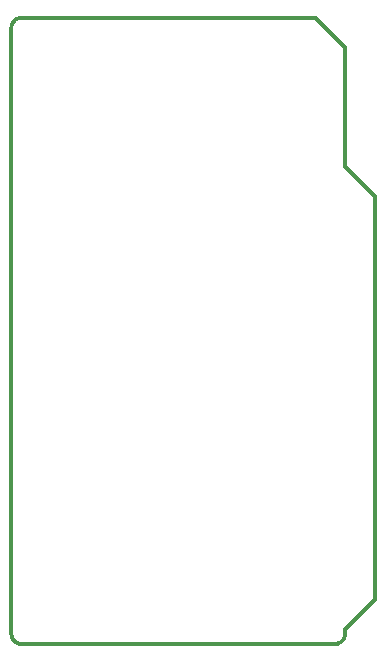
<source format=gbo>
G04 MADE WITH FRITZING*
G04 WWW.FRITZING.ORG*
G04 DOUBLE SIDED*
G04 HOLES PLATED*
G04 CONTOUR ON CENTER OF CONTOUR VECTOR*
%ASAXBY*%
%FSLAX23Y23*%
%MOIN*%
%OFA0B0*%
%SFA1.0B1.0*%
%ADD10R,0.001000X0.001000*%
%LNSILK0*%
G90*
G70*
G54D10*
X34Y2102D02*
X1022Y2102D01*
X30Y2101D02*
X1023Y2101D01*
X28Y2100D02*
X1024Y2100D01*
X25Y2099D02*
X1025Y2099D01*
X23Y2098D02*
X1026Y2098D01*
X21Y2097D02*
X1027Y2097D01*
X20Y2096D02*
X1028Y2096D01*
X18Y2095D02*
X1029Y2095D01*
X17Y2094D02*
X1030Y2094D01*
X16Y2093D02*
X1031Y2093D01*
X15Y2092D02*
X1032Y2092D01*
X14Y2091D02*
X1033Y2091D01*
X13Y2090D02*
X1034Y2090D01*
X12Y2089D02*
X1035Y2089D01*
X11Y2088D02*
X34Y2088D01*
X1018Y2088D02*
X1036Y2088D01*
X10Y2087D02*
X31Y2087D01*
X1019Y2087D02*
X1037Y2087D01*
X9Y2086D02*
X28Y2086D01*
X1020Y2086D02*
X1038Y2086D01*
X8Y2085D02*
X26Y2085D01*
X1021Y2085D02*
X1039Y2085D01*
X8Y2084D02*
X25Y2084D01*
X1022Y2084D02*
X1040Y2084D01*
X7Y2083D02*
X23Y2083D01*
X1023Y2083D02*
X1041Y2083D01*
X6Y2082D02*
X22Y2082D01*
X1024Y2082D02*
X1042Y2082D01*
X6Y2081D02*
X21Y2081D01*
X1025Y2081D02*
X1043Y2081D01*
X5Y2080D02*
X20Y2080D01*
X1026Y2080D02*
X1044Y2080D01*
X5Y2079D02*
X19Y2079D01*
X1027Y2079D02*
X1045Y2079D01*
X4Y2078D02*
X18Y2078D01*
X1028Y2078D02*
X1046Y2078D01*
X4Y2077D02*
X18Y2077D01*
X1029Y2077D02*
X1047Y2077D01*
X3Y2076D02*
X17Y2076D01*
X1030Y2076D02*
X1048Y2076D01*
X3Y2075D02*
X16Y2075D01*
X1031Y2075D02*
X1049Y2075D01*
X3Y2074D02*
X16Y2074D01*
X1032Y2074D02*
X1050Y2074D01*
X2Y2073D02*
X15Y2073D01*
X1033Y2073D02*
X1051Y2073D01*
X2Y2072D02*
X15Y2072D01*
X1034Y2072D02*
X1052Y2072D01*
X2Y2071D02*
X14Y2071D01*
X1035Y2071D02*
X1053Y2071D01*
X1Y2070D02*
X14Y2070D01*
X1036Y2070D02*
X1054Y2070D01*
X1Y2069D02*
X14Y2069D01*
X1037Y2069D02*
X1055Y2069D01*
X1Y2068D02*
X14Y2068D01*
X1038Y2068D02*
X1056Y2068D01*
X1Y2067D02*
X13Y2067D01*
X1039Y2067D02*
X1057Y2067D01*
X1Y2066D02*
X13Y2066D01*
X1040Y2066D02*
X1058Y2066D01*
X0Y2065D02*
X13Y2065D01*
X1041Y2065D02*
X1059Y2065D01*
X0Y2064D02*
X13Y2064D01*
X1042Y2064D02*
X1060Y2064D01*
X0Y2063D02*
X13Y2063D01*
X1043Y2063D02*
X1061Y2063D01*
X0Y2062D02*
X13Y2062D01*
X1044Y2062D02*
X1062Y2062D01*
X0Y2061D02*
X13Y2061D01*
X1045Y2061D02*
X1063Y2061D01*
X0Y2060D02*
X13Y2060D01*
X1046Y2060D02*
X1064Y2060D01*
X0Y2059D02*
X13Y2059D01*
X1047Y2059D02*
X1065Y2059D01*
X0Y2058D02*
X13Y2058D01*
X1048Y2058D02*
X1066Y2058D01*
X0Y2057D02*
X13Y2057D01*
X1049Y2057D02*
X1067Y2057D01*
X0Y2056D02*
X13Y2056D01*
X1050Y2056D02*
X1068Y2056D01*
X0Y2055D02*
X13Y2055D01*
X1051Y2055D02*
X1069Y2055D01*
X0Y2054D02*
X13Y2054D01*
X1052Y2054D02*
X1070Y2054D01*
X0Y2053D02*
X13Y2053D01*
X1053Y2053D02*
X1071Y2053D01*
X0Y2052D02*
X13Y2052D01*
X1054Y2052D02*
X1072Y2052D01*
X0Y2051D02*
X13Y2051D01*
X1055Y2051D02*
X1073Y2051D01*
X0Y2050D02*
X13Y2050D01*
X1056Y2050D02*
X1074Y2050D01*
X0Y2049D02*
X13Y2049D01*
X1057Y2049D02*
X1075Y2049D01*
X0Y2048D02*
X13Y2048D01*
X1058Y2048D02*
X1076Y2048D01*
X0Y2047D02*
X13Y2047D01*
X1059Y2047D02*
X1077Y2047D01*
X0Y2046D02*
X13Y2046D01*
X1060Y2046D02*
X1078Y2046D01*
X0Y2045D02*
X13Y2045D01*
X1061Y2045D02*
X1079Y2045D01*
X0Y2044D02*
X13Y2044D01*
X1062Y2044D02*
X1080Y2044D01*
X0Y2043D02*
X13Y2043D01*
X1063Y2043D02*
X1081Y2043D01*
X0Y2042D02*
X13Y2042D01*
X1064Y2042D02*
X1082Y2042D01*
X0Y2041D02*
X13Y2041D01*
X1065Y2041D02*
X1083Y2041D01*
X0Y2040D02*
X13Y2040D01*
X1066Y2040D02*
X1084Y2040D01*
X0Y2039D02*
X13Y2039D01*
X1067Y2039D02*
X1085Y2039D01*
X0Y2038D02*
X13Y2038D01*
X1068Y2038D02*
X1086Y2038D01*
X0Y2037D02*
X13Y2037D01*
X1069Y2037D02*
X1087Y2037D01*
X0Y2036D02*
X13Y2036D01*
X1070Y2036D02*
X1088Y2036D01*
X0Y2035D02*
X13Y2035D01*
X1071Y2035D02*
X1089Y2035D01*
X0Y2034D02*
X13Y2034D01*
X1072Y2034D02*
X1090Y2034D01*
X0Y2033D02*
X13Y2033D01*
X1073Y2033D02*
X1091Y2033D01*
X0Y2032D02*
X13Y2032D01*
X1074Y2032D02*
X1092Y2032D01*
X0Y2031D02*
X13Y2031D01*
X1075Y2031D02*
X1093Y2031D01*
X0Y2030D02*
X13Y2030D01*
X1076Y2030D02*
X1094Y2030D01*
X0Y2029D02*
X13Y2029D01*
X1077Y2029D02*
X1095Y2029D01*
X0Y2028D02*
X13Y2028D01*
X1078Y2028D02*
X1096Y2028D01*
X0Y2027D02*
X13Y2027D01*
X1079Y2027D02*
X1097Y2027D01*
X0Y2026D02*
X13Y2026D01*
X1080Y2026D02*
X1098Y2026D01*
X0Y2025D02*
X13Y2025D01*
X1081Y2025D02*
X1099Y2025D01*
X0Y2024D02*
X13Y2024D01*
X1082Y2024D02*
X1100Y2024D01*
X0Y2023D02*
X13Y2023D01*
X1083Y2023D02*
X1101Y2023D01*
X0Y2022D02*
X13Y2022D01*
X1084Y2022D02*
X1102Y2022D01*
X0Y2021D02*
X13Y2021D01*
X1085Y2021D02*
X1103Y2021D01*
X0Y2020D02*
X13Y2020D01*
X1086Y2020D02*
X1104Y2020D01*
X0Y2019D02*
X13Y2019D01*
X1087Y2019D02*
X1105Y2019D01*
X0Y2018D02*
X13Y2018D01*
X1088Y2018D02*
X1106Y2018D01*
X0Y2017D02*
X13Y2017D01*
X1089Y2017D02*
X1107Y2017D01*
X0Y2016D02*
X13Y2016D01*
X1090Y2016D02*
X1108Y2016D01*
X0Y2015D02*
X13Y2015D01*
X1091Y2015D02*
X1109Y2015D01*
X0Y2014D02*
X13Y2014D01*
X1092Y2014D02*
X1110Y2014D01*
X0Y2013D02*
X13Y2013D01*
X1093Y2013D02*
X1111Y2013D01*
X0Y2012D02*
X13Y2012D01*
X1094Y2012D02*
X1112Y2012D01*
X0Y2011D02*
X13Y2011D01*
X1095Y2011D02*
X1113Y2011D01*
X0Y2010D02*
X13Y2010D01*
X1096Y2010D02*
X1114Y2010D01*
X0Y2009D02*
X13Y2009D01*
X1097Y2009D02*
X1115Y2009D01*
X0Y2008D02*
X13Y2008D01*
X1098Y2008D02*
X1116Y2008D01*
X0Y2007D02*
X13Y2007D01*
X1099Y2007D02*
X1117Y2007D01*
X0Y2006D02*
X13Y2006D01*
X1100Y2006D02*
X1118Y2006D01*
X0Y2005D02*
X13Y2005D01*
X1101Y2005D02*
X1119Y2005D01*
X0Y2004D02*
X13Y2004D01*
X1102Y2004D02*
X1120Y2004D01*
X0Y2003D02*
X13Y2003D01*
X1103Y2003D02*
X1121Y2003D01*
X0Y2002D02*
X13Y2002D01*
X1104Y2002D02*
X1122Y2002D01*
X0Y2001D02*
X13Y2001D01*
X1105Y2001D02*
X1123Y2001D01*
X0Y2000D02*
X13Y2000D01*
X1106Y2000D02*
X1124Y2000D01*
X0Y1999D02*
X13Y1999D01*
X1107Y1999D02*
X1125Y1999D01*
X0Y1998D02*
X13Y1998D01*
X1108Y1998D02*
X1125Y1998D01*
X0Y1997D02*
X13Y1997D01*
X1109Y1997D02*
X1125Y1997D01*
X0Y1996D02*
X13Y1996D01*
X1110Y1996D02*
X1125Y1996D01*
X0Y1995D02*
X13Y1995D01*
X1111Y1995D02*
X1125Y1995D01*
X0Y1994D02*
X13Y1994D01*
X1112Y1994D02*
X1125Y1994D01*
X0Y1993D02*
X13Y1993D01*
X1112Y1993D02*
X1125Y1993D01*
X0Y1992D02*
X13Y1992D01*
X1112Y1992D02*
X1125Y1992D01*
X0Y1991D02*
X13Y1991D01*
X1112Y1991D02*
X1125Y1991D01*
X0Y1990D02*
X13Y1990D01*
X1112Y1990D02*
X1125Y1990D01*
X0Y1989D02*
X13Y1989D01*
X1112Y1989D02*
X1125Y1989D01*
X0Y1988D02*
X13Y1988D01*
X1112Y1988D02*
X1125Y1988D01*
X0Y1987D02*
X13Y1987D01*
X1112Y1987D02*
X1125Y1987D01*
X0Y1986D02*
X13Y1986D01*
X1112Y1986D02*
X1125Y1986D01*
X0Y1985D02*
X13Y1985D01*
X1112Y1985D02*
X1125Y1985D01*
X0Y1984D02*
X13Y1984D01*
X1112Y1984D02*
X1125Y1984D01*
X0Y1983D02*
X13Y1983D01*
X1112Y1983D02*
X1125Y1983D01*
X0Y1982D02*
X13Y1982D01*
X1112Y1982D02*
X1125Y1982D01*
X0Y1981D02*
X13Y1981D01*
X1112Y1981D02*
X1125Y1981D01*
X0Y1980D02*
X13Y1980D01*
X1112Y1980D02*
X1125Y1980D01*
X0Y1979D02*
X13Y1979D01*
X1112Y1979D02*
X1125Y1979D01*
X0Y1978D02*
X13Y1978D01*
X1112Y1978D02*
X1125Y1978D01*
X0Y1977D02*
X13Y1977D01*
X1112Y1977D02*
X1125Y1977D01*
X0Y1976D02*
X13Y1976D01*
X1112Y1976D02*
X1125Y1976D01*
X0Y1975D02*
X13Y1975D01*
X1112Y1975D02*
X1125Y1975D01*
X0Y1974D02*
X13Y1974D01*
X1112Y1974D02*
X1125Y1974D01*
X0Y1973D02*
X13Y1973D01*
X1112Y1973D02*
X1125Y1973D01*
X0Y1972D02*
X13Y1972D01*
X1112Y1972D02*
X1125Y1972D01*
X0Y1971D02*
X13Y1971D01*
X1112Y1971D02*
X1125Y1971D01*
X0Y1970D02*
X13Y1970D01*
X1112Y1970D02*
X1125Y1970D01*
X0Y1969D02*
X13Y1969D01*
X1112Y1969D02*
X1125Y1969D01*
X0Y1968D02*
X13Y1968D01*
X1112Y1968D02*
X1125Y1968D01*
X0Y1967D02*
X13Y1967D01*
X1112Y1967D02*
X1125Y1967D01*
X0Y1966D02*
X13Y1966D01*
X1112Y1966D02*
X1125Y1966D01*
X0Y1965D02*
X13Y1965D01*
X1112Y1965D02*
X1125Y1965D01*
X0Y1964D02*
X13Y1964D01*
X1112Y1964D02*
X1125Y1964D01*
X0Y1963D02*
X13Y1963D01*
X1112Y1963D02*
X1125Y1963D01*
X0Y1962D02*
X13Y1962D01*
X1112Y1962D02*
X1125Y1962D01*
X0Y1961D02*
X13Y1961D01*
X1112Y1961D02*
X1125Y1961D01*
X0Y1960D02*
X13Y1960D01*
X1112Y1960D02*
X1125Y1960D01*
X0Y1959D02*
X13Y1959D01*
X1112Y1959D02*
X1125Y1959D01*
X0Y1958D02*
X13Y1958D01*
X1112Y1958D02*
X1125Y1958D01*
X0Y1957D02*
X13Y1957D01*
X1112Y1957D02*
X1125Y1957D01*
X0Y1956D02*
X13Y1956D01*
X1112Y1956D02*
X1125Y1956D01*
X0Y1955D02*
X13Y1955D01*
X1112Y1955D02*
X1125Y1955D01*
X0Y1954D02*
X13Y1954D01*
X1112Y1954D02*
X1125Y1954D01*
X0Y1953D02*
X13Y1953D01*
X1112Y1953D02*
X1125Y1953D01*
X0Y1952D02*
X13Y1952D01*
X1112Y1952D02*
X1125Y1952D01*
X0Y1951D02*
X13Y1951D01*
X1112Y1951D02*
X1125Y1951D01*
X0Y1950D02*
X13Y1950D01*
X1112Y1950D02*
X1125Y1950D01*
X0Y1949D02*
X13Y1949D01*
X1112Y1949D02*
X1125Y1949D01*
X0Y1948D02*
X13Y1948D01*
X1112Y1948D02*
X1125Y1948D01*
X0Y1947D02*
X13Y1947D01*
X1112Y1947D02*
X1125Y1947D01*
X0Y1946D02*
X13Y1946D01*
X1112Y1946D02*
X1125Y1946D01*
X0Y1945D02*
X13Y1945D01*
X1112Y1945D02*
X1125Y1945D01*
X0Y1944D02*
X13Y1944D01*
X1112Y1944D02*
X1125Y1944D01*
X0Y1943D02*
X13Y1943D01*
X1112Y1943D02*
X1125Y1943D01*
X0Y1942D02*
X13Y1942D01*
X1112Y1942D02*
X1125Y1942D01*
X0Y1941D02*
X13Y1941D01*
X1112Y1941D02*
X1125Y1941D01*
X0Y1940D02*
X13Y1940D01*
X1112Y1940D02*
X1125Y1940D01*
X0Y1939D02*
X13Y1939D01*
X1112Y1939D02*
X1125Y1939D01*
X0Y1938D02*
X13Y1938D01*
X1112Y1938D02*
X1125Y1938D01*
X0Y1937D02*
X13Y1937D01*
X1112Y1937D02*
X1125Y1937D01*
X0Y1936D02*
X13Y1936D01*
X1112Y1936D02*
X1125Y1936D01*
X0Y1935D02*
X13Y1935D01*
X1112Y1935D02*
X1125Y1935D01*
X0Y1934D02*
X13Y1934D01*
X1112Y1934D02*
X1125Y1934D01*
X0Y1933D02*
X13Y1933D01*
X1112Y1933D02*
X1125Y1933D01*
X0Y1932D02*
X13Y1932D01*
X1112Y1932D02*
X1125Y1932D01*
X0Y1931D02*
X13Y1931D01*
X1112Y1931D02*
X1125Y1931D01*
X0Y1930D02*
X13Y1930D01*
X1112Y1930D02*
X1125Y1930D01*
X0Y1929D02*
X13Y1929D01*
X1112Y1929D02*
X1125Y1929D01*
X0Y1928D02*
X13Y1928D01*
X1112Y1928D02*
X1125Y1928D01*
X0Y1927D02*
X13Y1927D01*
X1112Y1927D02*
X1125Y1927D01*
X0Y1926D02*
X13Y1926D01*
X1112Y1926D02*
X1125Y1926D01*
X0Y1925D02*
X13Y1925D01*
X1112Y1925D02*
X1125Y1925D01*
X0Y1924D02*
X13Y1924D01*
X1112Y1924D02*
X1125Y1924D01*
X0Y1923D02*
X13Y1923D01*
X1112Y1923D02*
X1125Y1923D01*
X0Y1922D02*
X13Y1922D01*
X1112Y1922D02*
X1125Y1922D01*
X0Y1921D02*
X13Y1921D01*
X1112Y1921D02*
X1125Y1921D01*
X0Y1920D02*
X13Y1920D01*
X1112Y1920D02*
X1125Y1920D01*
X0Y1919D02*
X13Y1919D01*
X1112Y1919D02*
X1125Y1919D01*
X0Y1918D02*
X13Y1918D01*
X1112Y1918D02*
X1125Y1918D01*
X0Y1917D02*
X13Y1917D01*
X1112Y1917D02*
X1125Y1917D01*
X0Y1916D02*
X13Y1916D01*
X1112Y1916D02*
X1125Y1916D01*
X0Y1915D02*
X13Y1915D01*
X1112Y1915D02*
X1125Y1915D01*
X0Y1914D02*
X13Y1914D01*
X1112Y1914D02*
X1125Y1914D01*
X0Y1913D02*
X13Y1913D01*
X1112Y1913D02*
X1125Y1913D01*
X0Y1912D02*
X13Y1912D01*
X1112Y1912D02*
X1125Y1912D01*
X0Y1911D02*
X13Y1911D01*
X1112Y1911D02*
X1125Y1911D01*
X0Y1910D02*
X13Y1910D01*
X1112Y1910D02*
X1125Y1910D01*
X0Y1909D02*
X13Y1909D01*
X1112Y1909D02*
X1125Y1909D01*
X0Y1908D02*
X13Y1908D01*
X1112Y1908D02*
X1125Y1908D01*
X0Y1907D02*
X13Y1907D01*
X1112Y1907D02*
X1125Y1907D01*
X0Y1906D02*
X13Y1906D01*
X1112Y1906D02*
X1125Y1906D01*
X0Y1905D02*
X13Y1905D01*
X1112Y1905D02*
X1125Y1905D01*
X0Y1904D02*
X13Y1904D01*
X1112Y1904D02*
X1125Y1904D01*
X0Y1903D02*
X13Y1903D01*
X1112Y1903D02*
X1125Y1903D01*
X0Y1902D02*
X13Y1902D01*
X1112Y1902D02*
X1125Y1902D01*
X0Y1901D02*
X13Y1901D01*
X1112Y1901D02*
X1125Y1901D01*
X0Y1900D02*
X13Y1900D01*
X1112Y1900D02*
X1125Y1900D01*
X0Y1899D02*
X13Y1899D01*
X1112Y1899D02*
X1125Y1899D01*
X0Y1898D02*
X13Y1898D01*
X1112Y1898D02*
X1125Y1898D01*
X0Y1897D02*
X13Y1897D01*
X1112Y1897D02*
X1125Y1897D01*
X0Y1896D02*
X13Y1896D01*
X1112Y1896D02*
X1125Y1896D01*
X0Y1895D02*
X13Y1895D01*
X1112Y1895D02*
X1125Y1895D01*
X0Y1894D02*
X13Y1894D01*
X1112Y1894D02*
X1125Y1894D01*
X0Y1893D02*
X13Y1893D01*
X1112Y1893D02*
X1125Y1893D01*
X0Y1892D02*
X13Y1892D01*
X1112Y1892D02*
X1125Y1892D01*
X0Y1891D02*
X13Y1891D01*
X1112Y1891D02*
X1125Y1891D01*
X0Y1890D02*
X13Y1890D01*
X1112Y1890D02*
X1125Y1890D01*
X0Y1889D02*
X13Y1889D01*
X1112Y1889D02*
X1125Y1889D01*
X0Y1888D02*
X13Y1888D01*
X1112Y1888D02*
X1125Y1888D01*
X0Y1887D02*
X13Y1887D01*
X1112Y1887D02*
X1125Y1887D01*
X0Y1886D02*
X13Y1886D01*
X1112Y1886D02*
X1125Y1886D01*
X0Y1885D02*
X13Y1885D01*
X1112Y1885D02*
X1125Y1885D01*
X0Y1884D02*
X13Y1884D01*
X1112Y1884D02*
X1125Y1884D01*
X0Y1883D02*
X13Y1883D01*
X1112Y1883D02*
X1125Y1883D01*
X0Y1882D02*
X13Y1882D01*
X1112Y1882D02*
X1125Y1882D01*
X0Y1881D02*
X13Y1881D01*
X1112Y1881D02*
X1125Y1881D01*
X0Y1880D02*
X13Y1880D01*
X1112Y1880D02*
X1125Y1880D01*
X0Y1879D02*
X13Y1879D01*
X1112Y1879D02*
X1125Y1879D01*
X0Y1878D02*
X13Y1878D01*
X1112Y1878D02*
X1125Y1878D01*
X0Y1877D02*
X13Y1877D01*
X1112Y1877D02*
X1125Y1877D01*
X0Y1876D02*
X13Y1876D01*
X1112Y1876D02*
X1125Y1876D01*
X0Y1875D02*
X13Y1875D01*
X1112Y1875D02*
X1125Y1875D01*
X0Y1874D02*
X13Y1874D01*
X1112Y1874D02*
X1125Y1874D01*
X0Y1873D02*
X13Y1873D01*
X1112Y1873D02*
X1125Y1873D01*
X0Y1872D02*
X13Y1872D01*
X1112Y1872D02*
X1125Y1872D01*
X0Y1871D02*
X13Y1871D01*
X1112Y1871D02*
X1125Y1871D01*
X0Y1870D02*
X13Y1870D01*
X1112Y1870D02*
X1125Y1870D01*
X0Y1869D02*
X13Y1869D01*
X1112Y1869D02*
X1125Y1869D01*
X0Y1868D02*
X13Y1868D01*
X1112Y1868D02*
X1125Y1868D01*
X0Y1867D02*
X13Y1867D01*
X1112Y1867D02*
X1125Y1867D01*
X0Y1866D02*
X13Y1866D01*
X1112Y1866D02*
X1125Y1866D01*
X0Y1865D02*
X13Y1865D01*
X1112Y1865D02*
X1125Y1865D01*
X0Y1864D02*
X13Y1864D01*
X1112Y1864D02*
X1125Y1864D01*
X0Y1863D02*
X13Y1863D01*
X1112Y1863D02*
X1125Y1863D01*
X0Y1862D02*
X13Y1862D01*
X1112Y1862D02*
X1125Y1862D01*
X0Y1861D02*
X13Y1861D01*
X1112Y1861D02*
X1125Y1861D01*
X0Y1860D02*
X13Y1860D01*
X1112Y1860D02*
X1125Y1860D01*
X0Y1859D02*
X13Y1859D01*
X1112Y1859D02*
X1125Y1859D01*
X0Y1858D02*
X13Y1858D01*
X1112Y1858D02*
X1125Y1858D01*
X0Y1857D02*
X13Y1857D01*
X1112Y1857D02*
X1125Y1857D01*
X0Y1856D02*
X13Y1856D01*
X1112Y1856D02*
X1125Y1856D01*
X0Y1855D02*
X13Y1855D01*
X1112Y1855D02*
X1125Y1855D01*
X0Y1854D02*
X13Y1854D01*
X1112Y1854D02*
X1125Y1854D01*
X0Y1853D02*
X13Y1853D01*
X1112Y1853D02*
X1125Y1853D01*
X0Y1852D02*
X13Y1852D01*
X1112Y1852D02*
X1125Y1852D01*
X0Y1851D02*
X13Y1851D01*
X1112Y1851D02*
X1125Y1851D01*
X0Y1850D02*
X13Y1850D01*
X1112Y1850D02*
X1125Y1850D01*
X0Y1849D02*
X13Y1849D01*
X1112Y1849D02*
X1125Y1849D01*
X0Y1848D02*
X13Y1848D01*
X1112Y1848D02*
X1125Y1848D01*
X0Y1847D02*
X13Y1847D01*
X1112Y1847D02*
X1125Y1847D01*
X0Y1846D02*
X13Y1846D01*
X1112Y1846D02*
X1125Y1846D01*
X0Y1845D02*
X13Y1845D01*
X1112Y1845D02*
X1125Y1845D01*
X0Y1844D02*
X13Y1844D01*
X1112Y1844D02*
X1125Y1844D01*
X0Y1843D02*
X13Y1843D01*
X1112Y1843D02*
X1125Y1843D01*
X0Y1842D02*
X13Y1842D01*
X1112Y1842D02*
X1125Y1842D01*
X0Y1841D02*
X13Y1841D01*
X1112Y1841D02*
X1125Y1841D01*
X0Y1840D02*
X13Y1840D01*
X1112Y1840D02*
X1125Y1840D01*
X0Y1839D02*
X13Y1839D01*
X1112Y1839D02*
X1125Y1839D01*
X0Y1838D02*
X13Y1838D01*
X1112Y1838D02*
X1125Y1838D01*
X0Y1837D02*
X13Y1837D01*
X1112Y1837D02*
X1125Y1837D01*
X0Y1836D02*
X13Y1836D01*
X1112Y1836D02*
X1125Y1836D01*
X0Y1835D02*
X13Y1835D01*
X1112Y1835D02*
X1125Y1835D01*
X0Y1834D02*
X13Y1834D01*
X1112Y1834D02*
X1125Y1834D01*
X0Y1833D02*
X13Y1833D01*
X1112Y1833D02*
X1125Y1833D01*
X0Y1832D02*
X13Y1832D01*
X1112Y1832D02*
X1125Y1832D01*
X0Y1831D02*
X13Y1831D01*
X1112Y1831D02*
X1125Y1831D01*
X0Y1830D02*
X13Y1830D01*
X1112Y1830D02*
X1125Y1830D01*
X0Y1829D02*
X13Y1829D01*
X1112Y1829D02*
X1125Y1829D01*
X0Y1828D02*
X13Y1828D01*
X1112Y1828D02*
X1125Y1828D01*
X0Y1827D02*
X13Y1827D01*
X1112Y1827D02*
X1125Y1827D01*
X0Y1826D02*
X13Y1826D01*
X1112Y1826D02*
X1125Y1826D01*
X0Y1825D02*
X13Y1825D01*
X1112Y1825D02*
X1125Y1825D01*
X0Y1824D02*
X13Y1824D01*
X1112Y1824D02*
X1125Y1824D01*
X0Y1823D02*
X13Y1823D01*
X1112Y1823D02*
X1125Y1823D01*
X0Y1822D02*
X13Y1822D01*
X1112Y1822D02*
X1125Y1822D01*
X0Y1821D02*
X13Y1821D01*
X1112Y1821D02*
X1125Y1821D01*
X0Y1820D02*
X13Y1820D01*
X1112Y1820D02*
X1125Y1820D01*
X0Y1819D02*
X13Y1819D01*
X1112Y1819D02*
X1125Y1819D01*
X0Y1818D02*
X13Y1818D01*
X1112Y1818D02*
X1125Y1818D01*
X0Y1817D02*
X13Y1817D01*
X1112Y1817D02*
X1125Y1817D01*
X0Y1816D02*
X13Y1816D01*
X1112Y1816D02*
X1125Y1816D01*
X0Y1815D02*
X13Y1815D01*
X1112Y1815D02*
X1125Y1815D01*
X0Y1814D02*
X13Y1814D01*
X1112Y1814D02*
X1125Y1814D01*
X0Y1813D02*
X13Y1813D01*
X1112Y1813D02*
X1125Y1813D01*
X0Y1812D02*
X13Y1812D01*
X1112Y1812D02*
X1125Y1812D01*
X0Y1811D02*
X13Y1811D01*
X1112Y1811D02*
X1125Y1811D01*
X0Y1810D02*
X13Y1810D01*
X1112Y1810D02*
X1125Y1810D01*
X0Y1809D02*
X13Y1809D01*
X1112Y1809D02*
X1125Y1809D01*
X0Y1808D02*
X13Y1808D01*
X1112Y1808D02*
X1125Y1808D01*
X0Y1807D02*
X13Y1807D01*
X1112Y1807D02*
X1125Y1807D01*
X0Y1806D02*
X13Y1806D01*
X1112Y1806D02*
X1125Y1806D01*
X0Y1805D02*
X13Y1805D01*
X1112Y1805D02*
X1125Y1805D01*
X0Y1804D02*
X13Y1804D01*
X1112Y1804D02*
X1125Y1804D01*
X0Y1803D02*
X13Y1803D01*
X1112Y1803D02*
X1125Y1803D01*
X0Y1802D02*
X13Y1802D01*
X1112Y1802D02*
X1125Y1802D01*
X0Y1801D02*
X13Y1801D01*
X1112Y1801D02*
X1125Y1801D01*
X0Y1800D02*
X13Y1800D01*
X1112Y1800D02*
X1125Y1800D01*
X0Y1799D02*
X13Y1799D01*
X1112Y1799D02*
X1125Y1799D01*
X0Y1798D02*
X13Y1798D01*
X1112Y1798D02*
X1125Y1798D01*
X0Y1797D02*
X13Y1797D01*
X1112Y1797D02*
X1125Y1797D01*
X0Y1796D02*
X13Y1796D01*
X1112Y1796D02*
X1125Y1796D01*
X0Y1795D02*
X13Y1795D01*
X1112Y1795D02*
X1125Y1795D01*
X0Y1794D02*
X13Y1794D01*
X1112Y1794D02*
X1125Y1794D01*
X0Y1793D02*
X13Y1793D01*
X1112Y1793D02*
X1125Y1793D01*
X0Y1792D02*
X13Y1792D01*
X1112Y1792D02*
X1125Y1792D01*
X0Y1791D02*
X13Y1791D01*
X1112Y1791D02*
X1125Y1791D01*
X0Y1790D02*
X13Y1790D01*
X1112Y1790D02*
X1125Y1790D01*
X0Y1789D02*
X13Y1789D01*
X1112Y1789D02*
X1125Y1789D01*
X0Y1788D02*
X13Y1788D01*
X1112Y1788D02*
X1125Y1788D01*
X0Y1787D02*
X13Y1787D01*
X1112Y1787D02*
X1125Y1787D01*
X0Y1786D02*
X13Y1786D01*
X1112Y1786D02*
X1125Y1786D01*
X0Y1785D02*
X13Y1785D01*
X1112Y1785D02*
X1125Y1785D01*
X0Y1784D02*
X13Y1784D01*
X1112Y1784D02*
X1125Y1784D01*
X0Y1783D02*
X13Y1783D01*
X1112Y1783D02*
X1125Y1783D01*
X0Y1782D02*
X13Y1782D01*
X1112Y1782D02*
X1125Y1782D01*
X0Y1781D02*
X13Y1781D01*
X1112Y1781D02*
X1125Y1781D01*
X0Y1780D02*
X13Y1780D01*
X1112Y1780D02*
X1125Y1780D01*
X0Y1779D02*
X13Y1779D01*
X1112Y1779D02*
X1125Y1779D01*
X0Y1778D02*
X13Y1778D01*
X1112Y1778D02*
X1125Y1778D01*
X0Y1777D02*
X13Y1777D01*
X1112Y1777D02*
X1125Y1777D01*
X0Y1776D02*
X13Y1776D01*
X1112Y1776D02*
X1125Y1776D01*
X0Y1775D02*
X13Y1775D01*
X1112Y1775D02*
X1125Y1775D01*
X0Y1774D02*
X13Y1774D01*
X1112Y1774D02*
X1125Y1774D01*
X0Y1773D02*
X13Y1773D01*
X1112Y1773D02*
X1125Y1773D01*
X0Y1772D02*
X13Y1772D01*
X1112Y1772D02*
X1125Y1772D01*
X0Y1771D02*
X13Y1771D01*
X1112Y1771D02*
X1125Y1771D01*
X0Y1770D02*
X13Y1770D01*
X1112Y1770D02*
X1125Y1770D01*
X0Y1769D02*
X13Y1769D01*
X1112Y1769D02*
X1125Y1769D01*
X0Y1768D02*
X13Y1768D01*
X1112Y1768D02*
X1125Y1768D01*
X0Y1767D02*
X13Y1767D01*
X1112Y1767D02*
X1125Y1767D01*
X0Y1766D02*
X13Y1766D01*
X1112Y1766D02*
X1125Y1766D01*
X0Y1765D02*
X13Y1765D01*
X1112Y1765D02*
X1125Y1765D01*
X0Y1764D02*
X13Y1764D01*
X1112Y1764D02*
X1125Y1764D01*
X0Y1763D02*
X13Y1763D01*
X1112Y1763D02*
X1125Y1763D01*
X0Y1762D02*
X13Y1762D01*
X1112Y1762D02*
X1125Y1762D01*
X0Y1761D02*
X13Y1761D01*
X1112Y1761D02*
X1125Y1761D01*
X0Y1760D02*
X13Y1760D01*
X1112Y1760D02*
X1125Y1760D01*
X0Y1759D02*
X13Y1759D01*
X1112Y1759D02*
X1125Y1759D01*
X0Y1758D02*
X13Y1758D01*
X1112Y1758D02*
X1125Y1758D01*
X0Y1757D02*
X13Y1757D01*
X1112Y1757D02*
X1125Y1757D01*
X0Y1756D02*
X13Y1756D01*
X1112Y1756D02*
X1125Y1756D01*
X0Y1755D02*
X13Y1755D01*
X1112Y1755D02*
X1125Y1755D01*
X0Y1754D02*
X13Y1754D01*
X1112Y1754D02*
X1125Y1754D01*
X0Y1753D02*
X13Y1753D01*
X1112Y1753D02*
X1125Y1753D01*
X0Y1752D02*
X13Y1752D01*
X1112Y1752D02*
X1125Y1752D01*
X0Y1751D02*
X13Y1751D01*
X1112Y1751D02*
X1125Y1751D01*
X0Y1750D02*
X13Y1750D01*
X1112Y1750D02*
X1125Y1750D01*
X0Y1749D02*
X13Y1749D01*
X1112Y1749D02*
X1125Y1749D01*
X0Y1748D02*
X13Y1748D01*
X1112Y1748D02*
X1125Y1748D01*
X0Y1747D02*
X13Y1747D01*
X1112Y1747D02*
X1125Y1747D01*
X0Y1746D02*
X13Y1746D01*
X1112Y1746D02*
X1125Y1746D01*
X0Y1745D02*
X13Y1745D01*
X1112Y1745D02*
X1125Y1745D01*
X0Y1744D02*
X13Y1744D01*
X1112Y1744D02*
X1125Y1744D01*
X0Y1743D02*
X13Y1743D01*
X1112Y1743D02*
X1125Y1743D01*
X0Y1742D02*
X13Y1742D01*
X1112Y1742D02*
X1125Y1742D01*
X0Y1741D02*
X13Y1741D01*
X1112Y1741D02*
X1125Y1741D01*
X0Y1740D02*
X13Y1740D01*
X1112Y1740D02*
X1125Y1740D01*
X0Y1739D02*
X13Y1739D01*
X1112Y1739D02*
X1125Y1739D01*
X0Y1738D02*
X13Y1738D01*
X1112Y1738D02*
X1125Y1738D01*
X0Y1737D02*
X13Y1737D01*
X1112Y1737D02*
X1125Y1737D01*
X0Y1736D02*
X13Y1736D01*
X1112Y1736D02*
X1125Y1736D01*
X0Y1735D02*
X13Y1735D01*
X1112Y1735D02*
X1125Y1735D01*
X0Y1734D02*
X13Y1734D01*
X1112Y1734D02*
X1125Y1734D01*
X0Y1733D02*
X13Y1733D01*
X1112Y1733D02*
X1125Y1733D01*
X0Y1732D02*
X13Y1732D01*
X1112Y1732D02*
X1125Y1732D01*
X0Y1731D02*
X13Y1731D01*
X1112Y1731D02*
X1125Y1731D01*
X0Y1730D02*
X13Y1730D01*
X1112Y1730D02*
X1125Y1730D01*
X0Y1729D02*
X13Y1729D01*
X1112Y1729D02*
X1125Y1729D01*
X0Y1728D02*
X13Y1728D01*
X1112Y1728D02*
X1125Y1728D01*
X0Y1727D02*
X13Y1727D01*
X1112Y1727D02*
X1125Y1727D01*
X0Y1726D02*
X13Y1726D01*
X1112Y1726D02*
X1125Y1726D01*
X0Y1725D02*
X13Y1725D01*
X1112Y1725D02*
X1125Y1725D01*
X0Y1724D02*
X13Y1724D01*
X1112Y1724D02*
X1125Y1724D01*
X0Y1723D02*
X13Y1723D01*
X1112Y1723D02*
X1125Y1723D01*
X0Y1722D02*
X13Y1722D01*
X1112Y1722D02*
X1125Y1722D01*
X0Y1721D02*
X13Y1721D01*
X1112Y1721D02*
X1125Y1721D01*
X0Y1720D02*
X13Y1720D01*
X1112Y1720D02*
X1125Y1720D01*
X0Y1719D02*
X13Y1719D01*
X1112Y1719D02*
X1125Y1719D01*
X0Y1718D02*
X13Y1718D01*
X1112Y1718D02*
X1125Y1718D01*
X0Y1717D02*
X13Y1717D01*
X1112Y1717D02*
X1125Y1717D01*
X0Y1716D02*
X13Y1716D01*
X1112Y1716D02*
X1125Y1716D01*
X0Y1715D02*
X13Y1715D01*
X1112Y1715D02*
X1125Y1715D01*
X0Y1714D02*
X13Y1714D01*
X1112Y1714D02*
X1125Y1714D01*
X0Y1713D02*
X13Y1713D01*
X1112Y1713D02*
X1125Y1713D01*
X0Y1712D02*
X13Y1712D01*
X1112Y1712D02*
X1125Y1712D01*
X0Y1711D02*
X13Y1711D01*
X1112Y1711D02*
X1125Y1711D01*
X0Y1710D02*
X13Y1710D01*
X1112Y1710D02*
X1125Y1710D01*
X0Y1709D02*
X13Y1709D01*
X1112Y1709D02*
X1125Y1709D01*
X0Y1708D02*
X13Y1708D01*
X1112Y1708D02*
X1125Y1708D01*
X0Y1707D02*
X13Y1707D01*
X1112Y1707D02*
X1125Y1707D01*
X0Y1706D02*
X13Y1706D01*
X1112Y1706D02*
X1125Y1706D01*
X0Y1705D02*
X13Y1705D01*
X1112Y1705D02*
X1125Y1705D01*
X0Y1704D02*
X13Y1704D01*
X1112Y1704D02*
X1125Y1704D01*
X0Y1703D02*
X13Y1703D01*
X1112Y1703D02*
X1125Y1703D01*
X0Y1702D02*
X13Y1702D01*
X1112Y1702D02*
X1125Y1702D01*
X0Y1701D02*
X13Y1701D01*
X1112Y1701D02*
X1125Y1701D01*
X0Y1700D02*
X13Y1700D01*
X1112Y1700D02*
X1125Y1700D01*
X0Y1699D02*
X13Y1699D01*
X1112Y1699D02*
X1125Y1699D01*
X0Y1698D02*
X13Y1698D01*
X1112Y1698D02*
X1125Y1698D01*
X0Y1697D02*
X13Y1697D01*
X1112Y1697D02*
X1125Y1697D01*
X0Y1696D02*
X13Y1696D01*
X1112Y1696D02*
X1125Y1696D01*
X0Y1695D02*
X13Y1695D01*
X1112Y1695D02*
X1125Y1695D01*
X0Y1694D02*
X13Y1694D01*
X1112Y1694D02*
X1125Y1694D01*
X0Y1693D02*
X13Y1693D01*
X1112Y1693D02*
X1125Y1693D01*
X0Y1692D02*
X13Y1692D01*
X1112Y1692D02*
X1125Y1692D01*
X0Y1691D02*
X13Y1691D01*
X1112Y1691D02*
X1125Y1691D01*
X0Y1690D02*
X13Y1690D01*
X1112Y1690D02*
X1125Y1690D01*
X0Y1689D02*
X13Y1689D01*
X1112Y1689D02*
X1125Y1689D01*
X0Y1688D02*
X13Y1688D01*
X1112Y1688D02*
X1125Y1688D01*
X0Y1687D02*
X13Y1687D01*
X1112Y1687D02*
X1125Y1687D01*
X0Y1686D02*
X13Y1686D01*
X1112Y1686D02*
X1125Y1686D01*
X0Y1685D02*
X13Y1685D01*
X1112Y1685D02*
X1125Y1685D01*
X0Y1684D02*
X13Y1684D01*
X1112Y1684D02*
X1125Y1684D01*
X0Y1683D02*
X13Y1683D01*
X1112Y1683D02*
X1125Y1683D01*
X0Y1682D02*
X13Y1682D01*
X1112Y1682D02*
X1125Y1682D01*
X0Y1681D02*
X13Y1681D01*
X1112Y1681D02*
X1125Y1681D01*
X0Y1680D02*
X13Y1680D01*
X1112Y1680D02*
X1125Y1680D01*
X0Y1679D02*
X13Y1679D01*
X1112Y1679D02*
X1125Y1679D01*
X0Y1678D02*
X13Y1678D01*
X1112Y1678D02*
X1125Y1678D01*
X0Y1677D02*
X13Y1677D01*
X1112Y1677D02*
X1125Y1677D01*
X0Y1676D02*
X13Y1676D01*
X1112Y1676D02*
X1125Y1676D01*
X0Y1675D02*
X13Y1675D01*
X1112Y1675D02*
X1125Y1675D01*
X0Y1674D02*
X13Y1674D01*
X1112Y1674D02*
X1125Y1674D01*
X0Y1673D02*
X13Y1673D01*
X1112Y1673D02*
X1125Y1673D01*
X0Y1672D02*
X13Y1672D01*
X1112Y1672D02*
X1125Y1672D01*
X0Y1671D02*
X13Y1671D01*
X1112Y1671D02*
X1125Y1671D01*
X0Y1670D02*
X13Y1670D01*
X1112Y1670D02*
X1125Y1670D01*
X0Y1669D02*
X13Y1669D01*
X1112Y1669D02*
X1125Y1669D01*
X0Y1668D02*
X13Y1668D01*
X1112Y1668D02*
X1125Y1668D01*
X0Y1667D02*
X13Y1667D01*
X1112Y1667D02*
X1125Y1667D01*
X0Y1666D02*
X13Y1666D01*
X1112Y1666D02*
X1125Y1666D01*
X0Y1665D02*
X13Y1665D01*
X1112Y1665D02*
X1125Y1665D01*
X0Y1664D02*
X13Y1664D01*
X1112Y1664D02*
X1125Y1664D01*
X0Y1663D02*
X13Y1663D01*
X1112Y1663D02*
X1125Y1663D01*
X0Y1662D02*
X13Y1662D01*
X1112Y1662D02*
X1125Y1662D01*
X0Y1661D02*
X13Y1661D01*
X1112Y1661D02*
X1125Y1661D01*
X0Y1660D02*
X13Y1660D01*
X1112Y1660D02*
X1125Y1660D01*
X0Y1659D02*
X13Y1659D01*
X1112Y1659D02*
X1125Y1659D01*
X0Y1658D02*
X13Y1658D01*
X1112Y1658D02*
X1125Y1658D01*
X0Y1657D02*
X13Y1657D01*
X1112Y1657D02*
X1125Y1657D01*
X0Y1656D02*
X13Y1656D01*
X1112Y1656D02*
X1125Y1656D01*
X0Y1655D02*
X13Y1655D01*
X1112Y1655D02*
X1125Y1655D01*
X0Y1654D02*
X13Y1654D01*
X1112Y1654D02*
X1125Y1654D01*
X0Y1653D02*
X13Y1653D01*
X1112Y1653D02*
X1125Y1653D01*
X0Y1652D02*
X13Y1652D01*
X1112Y1652D02*
X1125Y1652D01*
X0Y1651D02*
X13Y1651D01*
X1112Y1651D02*
X1125Y1651D01*
X0Y1650D02*
X13Y1650D01*
X1112Y1650D02*
X1125Y1650D01*
X0Y1649D02*
X13Y1649D01*
X1112Y1649D02*
X1125Y1649D01*
X0Y1648D02*
X13Y1648D01*
X1112Y1648D02*
X1125Y1648D01*
X0Y1647D02*
X13Y1647D01*
X1112Y1647D02*
X1125Y1647D01*
X0Y1646D02*
X13Y1646D01*
X1112Y1646D02*
X1125Y1646D01*
X0Y1645D02*
X13Y1645D01*
X1112Y1645D02*
X1125Y1645D01*
X0Y1644D02*
X13Y1644D01*
X1112Y1644D02*
X1125Y1644D01*
X0Y1643D02*
X13Y1643D01*
X1112Y1643D02*
X1125Y1643D01*
X0Y1642D02*
X13Y1642D01*
X1112Y1642D02*
X1125Y1642D01*
X0Y1641D02*
X13Y1641D01*
X1112Y1641D02*
X1125Y1641D01*
X0Y1640D02*
X13Y1640D01*
X1112Y1640D02*
X1125Y1640D01*
X0Y1639D02*
X13Y1639D01*
X1112Y1639D02*
X1125Y1639D01*
X0Y1638D02*
X13Y1638D01*
X1112Y1638D02*
X1125Y1638D01*
X0Y1637D02*
X13Y1637D01*
X1112Y1637D02*
X1125Y1637D01*
X0Y1636D02*
X13Y1636D01*
X1112Y1636D02*
X1125Y1636D01*
X0Y1635D02*
X13Y1635D01*
X1112Y1635D02*
X1125Y1635D01*
X0Y1634D02*
X13Y1634D01*
X1112Y1634D02*
X1125Y1634D01*
X0Y1633D02*
X13Y1633D01*
X1112Y1633D02*
X1125Y1633D01*
X0Y1632D02*
X13Y1632D01*
X1112Y1632D02*
X1125Y1632D01*
X0Y1631D02*
X13Y1631D01*
X1112Y1631D02*
X1125Y1631D01*
X0Y1630D02*
X13Y1630D01*
X1112Y1630D02*
X1125Y1630D01*
X0Y1629D02*
X13Y1629D01*
X1112Y1629D02*
X1125Y1629D01*
X0Y1628D02*
X13Y1628D01*
X1112Y1628D02*
X1125Y1628D01*
X0Y1627D02*
X13Y1627D01*
X1112Y1627D02*
X1125Y1627D01*
X0Y1626D02*
X13Y1626D01*
X1112Y1626D02*
X1125Y1626D01*
X0Y1625D02*
X13Y1625D01*
X1112Y1625D02*
X1125Y1625D01*
X0Y1624D02*
X13Y1624D01*
X1112Y1624D02*
X1125Y1624D01*
X0Y1623D02*
X13Y1623D01*
X1112Y1623D02*
X1125Y1623D01*
X0Y1622D02*
X13Y1622D01*
X1112Y1622D02*
X1125Y1622D01*
X0Y1621D02*
X13Y1621D01*
X1112Y1621D02*
X1125Y1621D01*
X0Y1620D02*
X13Y1620D01*
X1112Y1620D02*
X1125Y1620D01*
X0Y1619D02*
X13Y1619D01*
X1112Y1619D02*
X1125Y1619D01*
X0Y1618D02*
X13Y1618D01*
X1112Y1618D02*
X1125Y1618D01*
X0Y1617D02*
X13Y1617D01*
X1112Y1617D02*
X1125Y1617D01*
X0Y1616D02*
X13Y1616D01*
X1112Y1616D02*
X1125Y1616D01*
X0Y1615D02*
X13Y1615D01*
X1112Y1615D02*
X1125Y1615D01*
X0Y1614D02*
X13Y1614D01*
X1112Y1614D02*
X1125Y1614D01*
X0Y1613D02*
X13Y1613D01*
X1112Y1613D02*
X1125Y1613D01*
X0Y1612D02*
X13Y1612D01*
X1112Y1612D02*
X1125Y1612D01*
X0Y1611D02*
X13Y1611D01*
X1112Y1611D02*
X1125Y1611D01*
X0Y1610D02*
X13Y1610D01*
X1112Y1610D02*
X1125Y1610D01*
X0Y1609D02*
X13Y1609D01*
X1112Y1609D02*
X1125Y1609D01*
X0Y1608D02*
X13Y1608D01*
X1112Y1608D02*
X1125Y1608D01*
X0Y1607D02*
X13Y1607D01*
X1112Y1607D02*
X1125Y1607D01*
X0Y1606D02*
X13Y1606D01*
X1112Y1606D02*
X1125Y1606D01*
X0Y1605D02*
X13Y1605D01*
X1112Y1605D02*
X1125Y1605D01*
X0Y1604D02*
X13Y1604D01*
X1112Y1604D02*
X1125Y1604D01*
X0Y1603D02*
X13Y1603D01*
X1112Y1603D02*
X1125Y1603D01*
X0Y1602D02*
X13Y1602D01*
X1112Y1602D02*
X1125Y1602D01*
X0Y1601D02*
X13Y1601D01*
X1112Y1601D02*
X1126Y1601D01*
X0Y1600D02*
X13Y1600D01*
X1112Y1600D02*
X1127Y1600D01*
X0Y1599D02*
X13Y1599D01*
X1112Y1599D02*
X1128Y1599D01*
X0Y1598D02*
X13Y1598D01*
X1112Y1598D02*
X1129Y1598D01*
X0Y1597D02*
X13Y1597D01*
X1112Y1597D02*
X1130Y1597D01*
X0Y1596D02*
X13Y1596D01*
X1112Y1596D02*
X1131Y1596D01*
X0Y1595D02*
X13Y1595D01*
X1113Y1595D02*
X1132Y1595D01*
X0Y1594D02*
X13Y1594D01*
X1114Y1594D02*
X1133Y1594D01*
X0Y1593D02*
X13Y1593D01*
X1115Y1593D02*
X1134Y1593D01*
X0Y1592D02*
X13Y1592D01*
X1116Y1592D02*
X1135Y1592D01*
X0Y1591D02*
X13Y1591D01*
X1117Y1591D02*
X1136Y1591D01*
X0Y1590D02*
X13Y1590D01*
X1118Y1590D02*
X1137Y1590D01*
X0Y1589D02*
X13Y1589D01*
X1119Y1589D02*
X1138Y1589D01*
X0Y1588D02*
X13Y1588D01*
X1120Y1588D02*
X1139Y1588D01*
X0Y1587D02*
X13Y1587D01*
X1121Y1587D02*
X1140Y1587D01*
X0Y1586D02*
X13Y1586D01*
X1122Y1586D02*
X1141Y1586D01*
X0Y1585D02*
X13Y1585D01*
X1123Y1585D02*
X1142Y1585D01*
X0Y1584D02*
X13Y1584D01*
X1124Y1584D02*
X1143Y1584D01*
X0Y1583D02*
X13Y1583D01*
X1125Y1583D02*
X1144Y1583D01*
X0Y1582D02*
X13Y1582D01*
X1126Y1582D02*
X1145Y1582D01*
X0Y1581D02*
X13Y1581D01*
X1127Y1581D02*
X1146Y1581D01*
X0Y1580D02*
X13Y1580D01*
X1128Y1580D02*
X1147Y1580D01*
X0Y1579D02*
X13Y1579D01*
X1129Y1579D02*
X1148Y1579D01*
X0Y1578D02*
X13Y1578D01*
X1130Y1578D02*
X1149Y1578D01*
X0Y1577D02*
X13Y1577D01*
X1131Y1577D02*
X1150Y1577D01*
X0Y1576D02*
X13Y1576D01*
X1132Y1576D02*
X1151Y1576D01*
X0Y1575D02*
X13Y1575D01*
X1133Y1575D02*
X1152Y1575D01*
X0Y1574D02*
X13Y1574D01*
X1134Y1574D02*
X1153Y1574D01*
X0Y1573D02*
X13Y1573D01*
X1135Y1573D02*
X1154Y1573D01*
X0Y1572D02*
X13Y1572D01*
X1136Y1572D02*
X1155Y1572D01*
X0Y1571D02*
X13Y1571D01*
X1137Y1571D02*
X1156Y1571D01*
X0Y1570D02*
X13Y1570D01*
X1138Y1570D02*
X1157Y1570D01*
X0Y1569D02*
X13Y1569D01*
X1139Y1569D02*
X1158Y1569D01*
X0Y1568D02*
X13Y1568D01*
X1140Y1568D02*
X1159Y1568D01*
X0Y1567D02*
X13Y1567D01*
X1141Y1567D02*
X1160Y1567D01*
X0Y1566D02*
X13Y1566D01*
X1142Y1566D02*
X1161Y1566D01*
X0Y1565D02*
X13Y1565D01*
X1143Y1565D02*
X1162Y1565D01*
X0Y1564D02*
X13Y1564D01*
X1144Y1564D02*
X1163Y1564D01*
X0Y1563D02*
X13Y1563D01*
X1145Y1563D02*
X1164Y1563D01*
X0Y1562D02*
X13Y1562D01*
X1146Y1562D02*
X1165Y1562D01*
X0Y1561D02*
X13Y1561D01*
X1147Y1561D02*
X1166Y1561D01*
X0Y1560D02*
X13Y1560D01*
X1148Y1560D02*
X1167Y1560D01*
X0Y1559D02*
X13Y1559D01*
X1149Y1559D02*
X1168Y1559D01*
X0Y1558D02*
X13Y1558D01*
X1150Y1558D02*
X1169Y1558D01*
X0Y1557D02*
X13Y1557D01*
X1151Y1557D02*
X1170Y1557D01*
X0Y1556D02*
X13Y1556D01*
X1152Y1556D02*
X1171Y1556D01*
X0Y1555D02*
X13Y1555D01*
X1153Y1555D02*
X1172Y1555D01*
X0Y1554D02*
X13Y1554D01*
X1154Y1554D02*
X1173Y1554D01*
X0Y1553D02*
X13Y1553D01*
X1155Y1553D02*
X1174Y1553D01*
X0Y1552D02*
X13Y1552D01*
X1156Y1552D02*
X1175Y1552D01*
X0Y1551D02*
X13Y1551D01*
X1157Y1551D02*
X1176Y1551D01*
X0Y1550D02*
X13Y1550D01*
X1158Y1550D02*
X1177Y1550D01*
X0Y1549D02*
X13Y1549D01*
X1159Y1549D02*
X1178Y1549D01*
X0Y1548D02*
X13Y1548D01*
X1160Y1548D02*
X1179Y1548D01*
X0Y1547D02*
X13Y1547D01*
X1161Y1547D02*
X1180Y1547D01*
X0Y1546D02*
X13Y1546D01*
X1162Y1546D02*
X1181Y1546D01*
X0Y1545D02*
X13Y1545D01*
X1163Y1545D02*
X1182Y1545D01*
X0Y1544D02*
X13Y1544D01*
X1164Y1544D02*
X1183Y1544D01*
X0Y1543D02*
X13Y1543D01*
X1165Y1543D02*
X1184Y1543D01*
X0Y1542D02*
X13Y1542D01*
X1166Y1542D02*
X1185Y1542D01*
X0Y1541D02*
X13Y1541D01*
X1167Y1541D02*
X1186Y1541D01*
X0Y1540D02*
X13Y1540D01*
X1168Y1540D02*
X1187Y1540D01*
X0Y1539D02*
X13Y1539D01*
X1169Y1539D02*
X1188Y1539D01*
X0Y1538D02*
X13Y1538D01*
X1170Y1538D02*
X1189Y1538D01*
X0Y1537D02*
X13Y1537D01*
X1171Y1537D02*
X1190Y1537D01*
X0Y1536D02*
X13Y1536D01*
X1172Y1536D02*
X1191Y1536D01*
X0Y1535D02*
X13Y1535D01*
X1173Y1535D02*
X1192Y1535D01*
X0Y1534D02*
X13Y1534D01*
X1174Y1534D02*
X1193Y1534D01*
X0Y1533D02*
X13Y1533D01*
X1175Y1533D02*
X1194Y1533D01*
X0Y1532D02*
X13Y1532D01*
X1176Y1532D02*
X1195Y1532D01*
X0Y1531D02*
X13Y1531D01*
X1177Y1531D02*
X1196Y1531D01*
X0Y1530D02*
X13Y1530D01*
X1178Y1530D02*
X1197Y1530D01*
X0Y1529D02*
X13Y1529D01*
X1179Y1529D02*
X1198Y1529D01*
X0Y1528D02*
X13Y1528D01*
X1180Y1528D02*
X1199Y1528D01*
X0Y1527D02*
X13Y1527D01*
X1181Y1527D02*
X1200Y1527D01*
X0Y1526D02*
X13Y1526D01*
X1182Y1526D02*
X1201Y1526D01*
X0Y1525D02*
X13Y1525D01*
X1183Y1525D02*
X1202Y1525D01*
X0Y1524D02*
X13Y1524D01*
X1184Y1524D02*
X1203Y1524D01*
X0Y1523D02*
X13Y1523D01*
X1185Y1523D02*
X1204Y1523D01*
X0Y1522D02*
X13Y1522D01*
X1186Y1522D02*
X1205Y1522D01*
X0Y1521D02*
X13Y1521D01*
X1187Y1521D02*
X1206Y1521D01*
X0Y1520D02*
X13Y1520D01*
X1188Y1520D02*
X1207Y1520D01*
X0Y1519D02*
X13Y1519D01*
X1189Y1519D02*
X1208Y1519D01*
X0Y1518D02*
X13Y1518D01*
X1190Y1518D02*
X1209Y1518D01*
X0Y1517D02*
X13Y1517D01*
X1191Y1517D02*
X1210Y1517D01*
X0Y1516D02*
X13Y1516D01*
X1192Y1516D02*
X1211Y1516D01*
X0Y1515D02*
X13Y1515D01*
X1193Y1515D02*
X1212Y1515D01*
X0Y1514D02*
X13Y1514D01*
X1194Y1514D02*
X1213Y1514D01*
X0Y1513D02*
X13Y1513D01*
X1195Y1513D02*
X1214Y1513D01*
X0Y1512D02*
X13Y1512D01*
X1196Y1512D02*
X1215Y1512D01*
X0Y1511D02*
X13Y1511D01*
X1197Y1511D02*
X1216Y1511D01*
X0Y1510D02*
X13Y1510D01*
X1198Y1510D02*
X1217Y1510D01*
X0Y1509D02*
X13Y1509D01*
X1199Y1509D02*
X1218Y1509D01*
X0Y1508D02*
X13Y1508D01*
X1200Y1508D02*
X1219Y1508D01*
X0Y1507D02*
X13Y1507D01*
X1201Y1507D02*
X1220Y1507D01*
X0Y1506D02*
X13Y1506D01*
X1202Y1506D02*
X1221Y1506D01*
X0Y1505D02*
X13Y1505D01*
X1203Y1505D02*
X1222Y1505D01*
X0Y1504D02*
X13Y1504D01*
X1204Y1504D02*
X1223Y1504D01*
X0Y1503D02*
X13Y1503D01*
X1205Y1503D02*
X1224Y1503D01*
X0Y1502D02*
X13Y1502D01*
X1206Y1502D02*
X1225Y1502D01*
X0Y1501D02*
X13Y1501D01*
X1207Y1501D02*
X1225Y1501D01*
X0Y1500D02*
X13Y1500D01*
X1208Y1500D02*
X1225Y1500D01*
X0Y1499D02*
X13Y1499D01*
X1209Y1499D02*
X1225Y1499D01*
X0Y1498D02*
X13Y1498D01*
X1210Y1498D02*
X1225Y1498D01*
X0Y1497D02*
X13Y1497D01*
X1211Y1497D02*
X1225Y1497D01*
X0Y1496D02*
X13Y1496D01*
X1212Y1496D02*
X1225Y1496D01*
X0Y1495D02*
X13Y1495D01*
X1212Y1495D02*
X1225Y1495D01*
X0Y1494D02*
X13Y1494D01*
X1212Y1494D02*
X1225Y1494D01*
X0Y1493D02*
X13Y1493D01*
X1212Y1493D02*
X1225Y1493D01*
X0Y1492D02*
X13Y1492D01*
X1212Y1492D02*
X1225Y1492D01*
X0Y1491D02*
X13Y1491D01*
X1212Y1491D02*
X1225Y1491D01*
X0Y1490D02*
X13Y1490D01*
X1212Y1490D02*
X1225Y1490D01*
X0Y1489D02*
X13Y1489D01*
X1212Y1489D02*
X1225Y1489D01*
X0Y1488D02*
X13Y1488D01*
X1212Y1488D02*
X1225Y1488D01*
X0Y1487D02*
X13Y1487D01*
X1212Y1487D02*
X1225Y1487D01*
X0Y1486D02*
X13Y1486D01*
X1212Y1486D02*
X1225Y1486D01*
X0Y1485D02*
X13Y1485D01*
X1212Y1485D02*
X1225Y1485D01*
X0Y1484D02*
X13Y1484D01*
X1212Y1484D02*
X1225Y1484D01*
X0Y1483D02*
X13Y1483D01*
X1212Y1483D02*
X1225Y1483D01*
X0Y1482D02*
X13Y1482D01*
X1212Y1482D02*
X1225Y1482D01*
X0Y1481D02*
X13Y1481D01*
X1212Y1481D02*
X1225Y1481D01*
X0Y1480D02*
X13Y1480D01*
X1212Y1480D02*
X1225Y1480D01*
X0Y1479D02*
X13Y1479D01*
X1212Y1479D02*
X1225Y1479D01*
X0Y1478D02*
X13Y1478D01*
X1212Y1478D02*
X1225Y1478D01*
X0Y1477D02*
X13Y1477D01*
X1212Y1477D02*
X1225Y1477D01*
X0Y1476D02*
X13Y1476D01*
X1212Y1476D02*
X1225Y1476D01*
X0Y1475D02*
X13Y1475D01*
X1212Y1475D02*
X1225Y1475D01*
X0Y1474D02*
X13Y1474D01*
X1212Y1474D02*
X1225Y1474D01*
X0Y1473D02*
X13Y1473D01*
X1212Y1473D02*
X1225Y1473D01*
X0Y1472D02*
X13Y1472D01*
X1212Y1472D02*
X1225Y1472D01*
X0Y1471D02*
X13Y1471D01*
X1212Y1471D02*
X1225Y1471D01*
X0Y1470D02*
X13Y1470D01*
X1212Y1470D02*
X1225Y1470D01*
X0Y1469D02*
X13Y1469D01*
X1212Y1469D02*
X1225Y1469D01*
X0Y1468D02*
X13Y1468D01*
X1212Y1468D02*
X1225Y1468D01*
X0Y1467D02*
X13Y1467D01*
X1212Y1467D02*
X1225Y1467D01*
X0Y1466D02*
X13Y1466D01*
X1212Y1466D02*
X1225Y1466D01*
X0Y1465D02*
X13Y1465D01*
X1212Y1465D02*
X1225Y1465D01*
X0Y1464D02*
X13Y1464D01*
X1212Y1464D02*
X1225Y1464D01*
X0Y1463D02*
X13Y1463D01*
X1212Y1463D02*
X1225Y1463D01*
X0Y1462D02*
X13Y1462D01*
X1212Y1462D02*
X1225Y1462D01*
X0Y1461D02*
X13Y1461D01*
X1212Y1461D02*
X1225Y1461D01*
X0Y1460D02*
X13Y1460D01*
X1212Y1460D02*
X1225Y1460D01*
X0Y1459D02*
X13Y1459D01*
X1212Y1459D02*
X1225Y1459D01*
X0Y1458D02*
X13Y1458D01*
X1212Y1458D02*
X1225Y1458D01*
X0Y1457D02*
X13Y1457D01*
X1212Y1457D02*
X1225Y1457D01*
X0Y1456D02*
X13Y1456D01*
X1212Y1456D02*
X1225Y1456D01*
X0Y1455D02*
X13Y1455D01*
X1212Y1455D02*
X1225Y1455D01*
X0Y1454D02*
X13Y1454D01*
X1212Y1454D02*
X1225Y1454D01*
X0Y1453D02*
X13Y1453D01*
X1212Y1453D02*
X1225Y1453D01*
X0Y1452D02*
X13Y1452D01*
X1212Y1452D02*
X1225Y1452D01*
X0Y1451D02*
X13Y1451D01*
X1212Y1451D02*
X1225Y1451D01*
X0Y1450D02*
X13Y1450D01*
X1212Y1450D02*
X1225Y1450D01*
X0Y1449D02*
X13Y1449D01*
X1212Y1449D02*
X1225Y1449D01*
X0Y1448D02*
X13Y1448D01*
X1212Y1448D02*
X1225Y1448D01*
X0Y1447D02*
X13Y1447D01*
X1212Y1447D02*
X1225Y1447D01*
X0Y1446D02*
X13Y1446D01*
X1212Y1446D02*
X1225Y1446D01*
X0Y1445D02*
X13Y1445D01*
X1212Y1445D02*
X1225Y1445D01*
X0Y1444D02*
X13Y1444D01*
X1212Y1444D02*
X1225Y1444D01*
X0Y1443D02*
X13Y1443D01*
X1212Y1443D02*
X1225Y1443D01*
X0Y1442D02*
X13Y1442D01*
X1212Y1442D02*
X1225Y1442D01*
X0Y1441D02*
X13Y1441D01*
X1212Y1441D02*
X1225Y1441D01*
X0Y1440D02*
X13Y1440D01*
X1212Y1440D02*
X1225Y1440D01*
X0Y1439D02*
X13Y1439D01*
X1212Y1439D02*
X1225Y1439D01*
X0Y1438D02*
X13Y1438D01*
X1212Y1438D02*
X1225Y1438D01*
X0Y1437D02*
X13Y1437D01*
X1212Y1437D02*
X1225Y1437D01*
X0Y1436D02*
X13Y1436D01*
X1212Y1436D02*
X1225Y1436D01*
X0Y1435D02*
X13Y1435D01*
X1212Y1435D02*
X1225Y1435D01*
X0Y1434D02*
X13Y1434D01*
X1212Y1434D02*
X1225Y1434D01*
X0Y1433D02*
X13Y1433D01*
X1212Y1433D02*
X1225Y1433D01*
X0Y1432D02*
X13Y1432D01*
X1212Y1432D02*
X1225Y1432D01*
X0Y1431D02*
X13Y1431D01*
X1212Y1431D02*
X1225Y1431D01*
X0Y1430D02*
X13Y1430D01*
X1212Y1430D02*
X1225Y1430D01*
X0Y1429D02*
X13Y1429D01*
X1212Y1429D02*
X1225Y1429D01*
X0Y1428D02*
X13Y1428D01*
X1212Y1428D02*
X1225Y1428D01*
X0Y1427D02*
X13Y1427D01*
X1212Y1427D02*
X1225Y1427D01*
X0Y1426D02*
X13Y1426D01*
X1212Y1426D02*
X1225Y1426D01*
X0Y1425D02*
X13Y1425D01*
X1212Y1425D02*
X1225Y1425D01*
X0Y1424D02*
X13Y1424D01*
X1212Y1424D02*
X1225Y1424D01*
X0Y1423D02*
X13Y1423D01*
X1212Y1423D02*
X1225Y1423D01*
X0Y1422D02*
X13Y1422D01*
X1212Y1422D02*
X1225Y1422D01*
X0Y1421D02*
X13Y1421D01*
X1212Y1421D02*
X1225Y1421D01*
X0Y1420D02*
X13Y1420D01*
X1212Y1420D02*
X1225Y1420D01*
X0Y1419D02*
X13Y1419D01*
X1212Y1419D02*
X1225Y1419D01*
X0Y1418D02*
X13Y1418D01*
X1212Y1418D02*
X1225Y1418D01*
X0Y1417D02*
X13Y1417D01*
X1212Y1417D02*
X1225Y1417D01*
X0Y1416D02*
X13Y1416D01*
X1212Y1416D02*
X1225Y1416D01*
X0Y1415D02*
X13Y1415D01*
X1212Y1415D02*
X1225Y1415D01*
X0Y1414D02*
X13Y1414D01*
X1212Y1414D02*
X1225Y1414D01*
X0Y1413D02*
X13Y1413D01*
X1212Y1413D02*
X1225Y1413D01*
X0Y1412D02*
X13Y1412D01*
X1212Y1412D02*
X1225Y1412D01*
X0Y1411D02*
X13Y1411D01*
X1212Y1411D02*
X1225Y1411D01*
X0Y1410D02*
X13Y1410D01*
X1212Y1410D02*
X1225Y1410D01*
X0Y1409D02*
X13Y1409D01*
X1212Y1409D02*
X1225Y1409D01*
X0Y1408D02*
X13Y1408D01*
X1212Y1408D02*
X1225Y1408D01*
X0Y1407D02*
X13Y1407D01*
X1212Y1407D02*
X1225Y1407D01*
X0Y1406D02*
X13Y1406D01*
X1212Y1406D02*
X1225Y1406D01*
X0Y1405D02*
X13Y1405D01*
X1212Y1405D02*
X1225Y1405D01*
X0Y1404D02*
X13Y1404D01*
X1212Y1404D02*
X1225Y1404D01*
X0Y1403D02*
X13Y1403D01*
X1212Y1403D02*
X1225Y1403D01*
X0Y1402D02*
X13Y1402D01*
X1212Y1402D02*
X1225Y1402D01*
X0Y1401D02*
X13Y1401D01*
X1212Y1401D02*
X1225Y1401D01*
X0Y1400D02*
X13Y1400D01*
X1212Y1400D02*
X1225Y1400D01*
X0Y1399D02*
X13Y1399D01*
X1212Y1399D02*
X1225Y1399D01*
X0Y1398D02*
X13Y1398D01*
X1212Y1398D02*
X1225Y1398D01*
X0Y1397D02*
X13Y1397D01*
X1212Y1397D02*
X1225Y1397D01*
X0Y1396D02*
X13Y1396D01*
X1212Y1396D02*
X1225Y1396D01*
X0Y1395D02*
X13Y1395D01*
X1212Y1395D02*
X1225Y1395D01*
X0Y1394D02*
X13Y1394D01*
X1212Y1394D02*
X1225Y1394D01*
X0Y1393D02*
X13Y1393D01*
X1212Y1393D02*
X1225Y1393D01*
X0Y1392D02*
X13Y1392D01*
X1212Y1392D02*
X1225Y1392D01*
X0Y1391D02*
X13Y1391D01*
X1212Y1391D02*
X1225Y1391D01*
X0Y1390D02*
X13Y1390D01*
X1212Y1390D02*
X1225Y1390D01*
X0Y1389D02*
X13Y1389D01*
X1212Y1389D02*
X1225Y1389D01*
X0Y1388D02*
X13Y1388D01*
X1212Y1388D02*
X1225Y1388D01*
X0Y1387D02*
X13Y1387D01*
X1212Y1387D02*
X1225Y1387D01*
X0Y1386D02*
X13Y1386D01*
X1212Y1386D02*
X1225Y1386D01*
X0Y1385D02*
X13Y1385D01*
X1212Y1385D02*
X1225Y1385D01*
X0Y1384D02*
X13Y1384D01*
X1212Y1384D02*
X1225Y1384D01*
X0Y1383D02*
X13Y1383D01*
X1212Y1383D02*
X1225Y1383D01*
X0Y1382D02*
X13Y1382D01*
X1212Y1382D02*
X1225Y1382D01*
X0Y1381D02*
X13Y1381D01*
X1212Y1381D02*
X1225Y1381D01*
X0Y1380D02*
X13Y1380D01*
X1212Y1380D02*
X1225Y1380D01*
X0Y1379D02*
X13Y1379D01*
X1212Y1379D02*
X1225Y1379D01*
X0Y1378D02*
X13Y1378D01*
X1212Y1378D02*
X1225Y1378D01*
X0Y1377D02*
X13Y1377D01*
X1212Y1377D02*
X1225Y1377D01*
X0Y1376D02*
X13Y1376D01*
X1212Y1376D02*
X1225Y1376D01*
X0Y1375D02*
X13Y1375D01*
X1212Y1375D02*
X1225Y1375D01*
X0Y1374D02*
X13Y1374D01*
X1212Y1374D02*
X1225Y1374D01*
X0Y1373D02*
X13Y1373D01*
X1212Y1373D02*
X1225Y1373D01*
X0Y1372D02*
X13Y1372D01*
X1212Y1372D02*
X1225Y1372D01*
X0Y1371D02*
X13Y1371D01*
X1212Y1371D02*
X1225Y1371D01*
X0Y1370D02*
X13Y1370D01*
X1212Y1370D02*
X1225Y1370D01*
X0Y1369D02*
X13Y1369D01*
X1212Y1369D02*
X1225Y1369D01*
X0Y1368D02*
X13Y1368D01*
X1212Y1368D02*
X1225Y1368D01*
X0Y1367D02*
X13Y1367D01*
X1212Y1367D02*
X1225Y1367D01*
X0Y1366D02*
X13Y1366D01*
X1212Y1366D02*
X1225Y1366D01*
X0Y1365D02*
X13Y1365D01*
X1212Y1365D02*
X1225Y1365D01*
X0Y1364D02*
X13Y1364D01*
X1212Y1364D02*
X1225Y1364D01*
X0Y1363D02*
X13Y1363D01*
X1212Y1363D02*
X1225Y1363D01*
X0Y1362D02*
X13Y1362D01*
X1212Y1362D02*
X1225Y1362D01*
X0Y1361D02*
X13Y1361D01*
X1212Y1361D02*
X1225Y1361D01*
X0Y1360D02*
X13Y1360D01*
X1212Y1360D02*
X1225Y1360D01*
X0Y1359D02*
X13Y1359D01*
X1212Y1359D02*
X1225Y1359D01*
X0Y1358D02*
X13Y1358D01*
X1212Y1358D02*
X1225Y1358D01*
X0Y1357D02*
X13Y1357D01*
X1212Y1357D02*
X1225Y1357D01*
X0Y1356D02*
X13Y1356D01*
X1212Y1356D02*
X1225Y1356D01*
X0Y1355D02*
X13Y1355D01*
X1212Y1355D02*
X1225Y1355D01*
X0Y1354D02*
X13Y1354D01*
X1212Y1354D02*
X1225Y1354D01*
X0Y1353D02*
X13Y1353D01*
X1212Y1353D02*
X1225Y1353D01*
X0Y1352D02*
X13Y1352D01*
X1212Y1352D02*
X1225Y1352D01*
X0Y1351D02*
X13Y1351D01*
X1212Y1351D02*
X1225Y1351D01*
X0Y1350D02*
X13Y1350D01*
X1212Y1350D02*
X1225Y1350D01*
X0Y1349D02*
X13Y1349D01*
X1212Y1349D02*
X1225Y1349D01*
X0Y1348D02*
X13Y1348D01*
X1212Y1348D02*
X1225Y1348D01*
X0Y1347D02*
X13Y1347D01*
X1212Y1347D02*
X1225Y1347D01*
X0Y1346D02*
X13Y1346D01*
X1212Y1346D02*
X1225Y1346D01*
X0Y1345D02*
X13Y1345D01*
X1212Y1345D02*
X1225Y1345D01*
X0Y1344D02*
X13Y1344D01*
X1212Y1344D02*
X1225Y1344D01*
X0Y1343D02*
X13Y1343D01*
X1212Y1343D02*
X1225Y1343D01*
X0Y1342D02*
X13Y1342D01*
X1212Y1342D02*
X1225Y1342D01*
X0Y1341D02*
X13Y1341D01*
X1212Y1341D02*
X1225Y1341D01*
X0Y1340D02*
X13Y1340D01*
X1212Y1340D02*
X1225Y1340D01*
X0Y1339D02*
X13Y1339D01*
X1212Y1339D02*
X1225Y1339D01*
X0Y1338D02*
X13Y1338D01*
X1212Y1338D02*
X1225Y1338D01*
X0Y1337D02*
X13Y1337D01*
X1212Y1337D02*
X1225Y1337D01*
X0Y1336D02*
X13Y1336D01*
X1212Y1336D02*
X1225Y1336D01*
X0Y1335D02*
X13Y1335D01*
X1212Y1335D02*
X1225Y1335D01*
X0Y1334D02*
X13Y1334D01*
X1212Y1334D02*
X1225Y1334D01*
X0Y1333D02*
X13Y1333D01*
X1212Y1333D02*
X1225Y1333D01*
X0Y1332D02*
X13Y1332D01*
X1212Y1332D02*
X1225Y1332D01*
X0Y1331D02*
X13Y1331D01*
X1212Y1331D02*
X1225Y1331D01*
X0Y1330D02*
X13Y1330D01*
X1212Y1330D02*
X1225Y1330D01*
X0Y1329D02*
X13Y1329D01*
X1212Y1329D02*
X1225Y1329D01*
X0Y1328D02*
X13Y1328D01*
X1212Y1328D02*
X1225Y1328D01*
X0Y1327D02*
X13Y1327D01*
X1212Y1327D02*
X1225Y1327D01*
X0Y1326D02*
X13Y1326D01*
X1212Y1326D02*
X1225Y1326D01*
X0Y1325D02*
X13Y1325D01*
X1212Y1325D02*
X1225Y1325D01*
X0Y1324D02*
X13Y1324D01*
X1212Y1324D02*
X1225Y1324D01*
X0Y1323D02*
X13Y1323D01*
X1212Y1323D02*
X1225Y1323D01*
X0Y1322D02*
X13Y1322D01*
X1212Y1322D02*
X1225Y1322D01*
X0Y1321D02*
X13Y1321D01*
X1212Y1321D02*
X1225Y1321D01*
X0Y1320D02*
X13Y1320D01*
X1212Y1320D02*
X1225Y1320D01*
X0Y1319D02*
X13Y1319D01*
X1212Y1319D02*
X1225Y1319D01*
X0Y1318D02*
X13Y1318D01*
X1212Y1318D02*
X1225Y1318D01*
X0Y1317D02*
X13Y1317D01*
X1212Y1317D02*
X1225Y1317D01*
X0Y1316D02*
X13Y1316D01*
X1212Y1316D02*
X1225Y1316D01*
X0Y1315D02*
X13Y1315D01*
X1212Y1315D02*
X1225Y1315D01*
X0Y1314D02*
X13Y1314D01*
X1212Y1314D02*
X1225Y1314D01*
X0Y1313D02*
X13Y1313D01*
X1212Y1313D02*
X1225Y1313D01*
X0Y1312D02*
X13Y1312D01*
X1212Y1312D02*
X1225Y1312D01*
X0Y1311D02*
X13Y1311D01*
X1212Y1311D02*
X1225Y1311D01*
X0Y1310D02*
X13Y1310D01*
X1212Y1310D02*
X1225Y1310D01*
X0Y1309D02*
X13Y1309D01*
X1212Y1309D02*
X1225Y1309D01*
X0Y1308D02*
X13Y1308D01*
X1212Y1308D02*
X1225Y1308D01*
X0Y1307D02*
X13Y1307D01*
X1212Y1307D02*
X1225Y1307D01*
X0Y1306D02*
X13Y1306D01*
X1212Y1306D02*
X1225Y1306D01*
X0Y1305D02*
X13Y1305D01*
X1212Y1305D02*
X1225Y1305D01*
X0Y1304D02*
X13Y1304D01*
X1212Y1304D02*
X1225Y1304D01*
X0Y1303D02*
X13Y1303D01*
X1212Y1303D02*
X1225Y1303D01*
X0Y1302D02*
X13Y1302D01*
X1212Y1302D02*
X1225Y1302D01*
X0Y1301D02*
X13Y1301D01*
X1212Y1301D02*
X1225Y1301D01*
X0Y1300D02*
X13Y1300D01*
X1212Y1300D02*
X1225Y1300D01*
X0Y1299D02*
X13Y1299D01*
X1212Y1299D02*
X1225Y1299D01*
X0Y1298D02*
X13Y1298D01*
X1212Y1298D02*
X1225Y1298D01*
X0Y1297D02*
X13Y1297D01*
X1212Y1297D02*
X1225Y1297D01*
X0Y1296D02*
X13Y1296D01*
X1212Y1296D02*
X1225Y1296D01*
X0Y1295D02*
X13Y1295D01*
X1212Y1295D02*
X1225Y1295D01*
X0Y1294D02*
X13Y1294D01*
X1212Y1294D02*
X1225Y1294D01*
X0Y1293D02*
X13Y1293D01*
X1212Y1293D02*
X1225Y1293D01*
X0Y1292D02*
X13Y1292D01*
X1212Y1292D02*
X1225Y1292D01*
X0Y1291D02*
X13Y1291D01*
X1212Y1291D02*
X1225Y1291D01*
X0Y1290D02*
X13Y1290D01*
X1212Y1290D02*
X1225Y1290D01*
X0Y1289D02*
X13Y1289D01*
X1212Y1289D02*
X1225Y1289D01*
X0Y1288D02*
X13Y1288D01*
X1212Y1288D02*
X1225Y1288D01*
X0Y1287D02*
X13Y1287D01*
X1212Y1287D02*
X1225Y1287D01*
X0Y1286D02*
X13Y1286D01*
X1212Y1286D02*
X1225Y1286D01*
X0Y1285D02*
X13Y1285D01*
X1212Y1285D02*
X1225Y1285D01*
X0Y1284D02*
X13Y1284D01*
X1212Y1284D02*
X1225Y1284D01*
X0Y1283D02*
X13Y1283D01*
X1212Y1283D02*
X1225Y1283D01*
X0Y1282D02*
X13Y1282D01*
X1212Y1282D02*
X1225Y1282D01*
X0Y1281D02*
X13Y1281D01*
X1212Y1281D02*
X1225Y1281D01*
X0Y1280D02*
X13Y1280D01*
X1212Y1280D02*
X1225Y1280D01*
X0Y1279D02*
X13Y1279D01*
X1212Y1279D02*
X1225Y1279D01*
X0Y1278D02*
X13Y1278D01*
X1212Y1278D02*
X1225Y1278D01*
X0Y1277D02*
X13Y1277D01*
X1212Y1277D02*
X1225Y1277D01*
X0Y1276D02*
X13Y1276D01*
X1212Y1276D02*
X1225Y1276D01*
X0Y1275D02*
X13Y1275D01*
X1212Y1275D02*
X1225Y1275D01*
X0Y1274D02*
X13Y1274D01*
X1212Y1274D02*
X1225Y1274D01*
X0Y1273D02*
X13Y1273D01*
X1212Y1273D02*
X1225Y1273D01*
X0Y1272D02*
X13Y1272D01*
X1212Y1272D02*
X1225Y1272D01*
X0Y1271D02*
X13Y1271D01*
X1212Y1271D02*
X1225Y1271D01*
X0Y1270D02*
X13Y1270D01*
X1212Y1270D02*
X1225Y1270D01*
X0Y1269D02*
X13Y1269D01*
X1212Y1269D02*
X1225Y1269D01*
X0Y1268D02*
X13Y1268D01*
X1212Y1268D02*
X1225Y1268D01*
X0Y1267D02*
X13Y1267D01*
X1212Y1267D02*
X1225Y1267D01*
X0Y1266D02*
X13Y1266D01*
X1212Y1266D02*
X1225Y1266D01*
X0Y1265D02*
X13Y1265D01*
X1212Y1265D02*
X1225Y1265D01*
X0Y1264D02*
X13Y1264D01*
X1212Y1264D02*
X1225Y1264D01*
X0Y1263D02*
X13Y1263D01*
X1212Y1263D02*
X1225Y1263D01*
X0Y1262D02*
X13Y1262D01*
X1212Y1262D02*
X1225Y1262D01*
X0Y1261D02*
X13Y1261D01*
X1212Y1261D02*
X1225Y1261D01*
X0Y1260D02*
X13Y1260D01*
X1212Y1260D02*
X1225Y1260D01*
X0Y1259D02*
X13Y1259D01*
X1212Y1259D02*
X1225Y1259D01*
X0Y1258D02*
X13Y1258D01*
X1212Y1258D02*
X1225Y1258D01*
X0Y1257D02*
X13Y1257D01*
X1212Y1257D02*
X1225Y1257D01*
X0Y1256D02*
X13Y1256D01*
X1212Y1256D02*
X1225Y1256D01*
X0Y1255D02*
X13Y1255D01*
X1212Y1255D02*
X1225Y1255D01*
X0Y1254D02*
X13Y1254D01*
X1212Y1254D02*
X1225Y1254D01*
X0Y1253D02*
X13Y1253D01*
X1212Y1253D02*
X1225Y1253D01*
X0Y1252D02*
X13Y1252D01*
X1212Y1252D02*
X1225Y1252D01*
X0Y1251D02*
X13Y1251D01*
X1212Y1251D02*
X1225Y1251D01*
X0Y1250D02*
X13Y1250D01*
X1212Y1250D02*
X1225Y1250D01*
X0Y1249D02*
X13Y1249D01*
X1212Y1249D02*
X1225Y1249D01*
X0Y1248D02*
X13Y1248D01*
X1212Y1248D02*
X1225Y1248D01*
X0Y1247D02*
X13Y1247D01*
X1212Y1247D02*
X1225Y1247D01*
X0Y1246D02*
X13Y1246D01*
X1212Y1246D02*
X1225Y1246D01*
X0Y1245D02*
X13Y1245D01*
X1212Y1245D02*
X1225Y1245D01*
X0Y1244D02*
X13Y1244D01*
X1212Y1244D02*
X1225Y1244D01*
X0Y1243D02*
X13Y1243D01*
X1212Y1243D02*
X1225Y1243D01*
X0Y1242D02*
X13Y1242D01*
X1212Y1242D02*
X1225Y1242D01*
X0Y1241D02*
X13Y1241D01*
X1212Y1241D02*
X1225Y1241D01*
X0Y1240D02*
X13Y1240D01*
X1212Y1240D02*
X1225Y1240D01*
X0Y1239D02*
X13Y1239D01*
X1212Y1239D02*
X1225Y1239D01*
X0Y1238D02*
X13Y1238D01*
X1212Y1238D02*
X1225Y1238D01*
X0Y1237D02*
X13Y1237D01*
X1212Y1237D02*
X1225Y1237D01*
X0Y1236D02*
X13Y1236D01*
X1212Y1236D02*
X1225Y1236D01*
X0Y1235D02*
X13Y1235D01*
X1212Y1235D02*
X1225Y1235D01*
X0Y1234D02*
X13Y1234D01*
X1212Y1234D02*
X1225Y1234D01*
X0Y1233D02*
X13Y1233D01*
X1212Y1233D02*
X1225Y1233D01*
X0Y1232D02*
X13Y1232D01*
X1212Y1232D02*
X1225Y1232D01*
X0Y1231D02*
X13Y1231D01*
X1212Y1231D02*
X1225Y1231D01*
X0Y1230D02*
X13Y1230D01*
X1212Y1230D02*
X1225Y1230D01*
X0Y1229D02*
X13Y1229D01*
X1212Y1229D02*
X1225Y1229D01*
X0Y1228D02*
X13Y1228D01*
X1212Y1228D02*
X1225Y1228D01*
X0Y1227D02*
X13Y1227D01*
X1212Y1227D02*
X1225Y1227D01*
X0Y1226D02*
X13Y1226D01*
X1212Y1226D02*
X1225Y1226D01*
X0Y1225D02*
X13Y1225D01*
X1212Y1225D02*
X1225Y1225D01*
X0Y1224D02*
X13Y1224D01*
X1212Y1224D02*
X1225Y1224D01*
X0Y1223D02*
X13Y1223D01*
X1212Y1223D02*
X1225Y1223D01*
X0Y1222D02*
X13Y1222D01*
X1212Y1222D02*
X1225Y1222D01*
X0Y1221D02*
X13Y1221D01*
X1212Y1221D02*
X1225Y1221D01*
X0Y1220D02*
X13Y1220D01*
X1212Y1220D02*
X1225Y1220D01*
X0Y1219D02*
X13Y1219D01*
X1212Y1219D02*
X1225Y1219D01*
X0Y1218D02*
X13Y1218D01*
X1212Y1218D02*
X1225Y1218D01*
X0Y1217D02*
X13Y1217D01*
X1212Y1217D02*
X1225Y1217D01*
X0Y1216D02*
X13Y1216D01*
X1212Y1216D02*
X1225Y1216D01*
X0Y1215D02*
X13Y1215D01*
X1212Y1215D02*
X1225Y1215D01*
X0Y1214D02*
X13Y1214D01*
X1212Y1214D02*
X1225Y1214D01*
X0Y1213D02*
X13Y1213D01*
X1212Y1213D02*
X1225Y1213D01*
X0Y1212D02*
X13Y1212D01*
X1212Y1212D02*
X1225Y1212D01*
X0Y1211D02*
X13Y1211D01*
X1212Y1211D02*
X1225Y1211D01*
X0Y1210D02*
X13Y1210D01*
X1212Y1210D02*
X1225Y1210D01*
X0Y1209D02*
X13Y1209D01*
X1212Y1209D02*
X1225Y1209D01*
X0Y1208D02*
X13Y1208D01*
X1212Y1208D02*
X1225Y1208D01*
X0Y1207D02*
X13Y1207D01*
X1212Y1207D02*
X1225Y1207D01*
X0Y1206D02*
X13Y1206D01*
X1212Y1206D02*
X1225Y1206D01*
X0Y1205D02*
X13Y1205D01*
X1212Y1205D02*
X1225Y1205D01*
X0Y1204D02*
X13Y1204D01*
X1212Y1204D02*
X1225Y1204D01*
X0Y1203D02*
X13Y1203D01*
X1212Y1203D02*
X1225Y1203D01*
X0Y1202D02*
X13Y1202D01*
X1212Y1202D02*
X1225Y1202D01*
X0Y1201D02*
X13Y1201D01*
X1212Y1201D02*
X1225Y1201D01*
X0Y1200D02*
X13Y1200D01*
X1212Y1200D02*
X1225Y1200D01*
X0Y1199D02*
X13Y1199D01*
X1212Y1199D02*
X1225Y1199D01*
X0Y1198D02*
X13Y1198D01*
X1212Y1198D02*
X1225Y1198D01*
X0Y1197D02*
X13Y1197D01*
X1212Y1197D02*
X1225Y1197D01*
X0Y1196D02*
X13Y1196D01*
X1212Y1196D02*
X1225Y1196D01*
X0Y1195D02*
X13Y1195D01*
X1212Y1195D02*
X1225Y1195D01*
X0Y1194D02*
X13Y1194D01*
X1212Y1194D02*
X1225Y1194D01*
X0Y1193D02*
X13Y1193D01*
X1212Y1193D02*
X1225Y1193D01*
X0Y1192D02*
X13Y1192D01*
X1212Y1192D02*
X1225Y1192D01*
X0Y1191D02*
X13Y1191D01*
X1212Y1191D02*
X1225Y1191D01*
X0Y1190D02*
X13Y1190D01*
X1212Y1190D02*
X1225Y1190D01*
X0Y1189D02*
X13Y1189D01*
X1212Y1189D02*
X1225Y1189D01*
X0Y1188D02*
X13Y1188D01*
X1212Y1188D02*
X1225Y1188D01*
X0Y1187D02*
X13Y1187D01*
X1212Y1187D02*
X1225Y1187D01*
X0Y1186D02*
X13Y1186D01*
X1212Y1186D02*
X1225Y1186D01*
X0Y1185D02*
X13Y1185D01*
X1212Y1185D02*
X1225Y1185D01*
X0Y1184D02*
X13Y1184D01*
X1212Y1184D02*
X1225Y1184D01*
X0Y1183D02*
X13Y1183D01*
X1212Y1183D02*
X1225Y1183D01*
X0Y1182D02*
X13Y1182D01*
X1212Y1182D02*
X1225Y1182D01*
X0Y1181D02*
X13Y1181D01*
X1212Y1181D02*
X1225Y1181D01*
X0Y1180D02*
X13Y1180D01*
X1212Y1180D02*
X1225Y1180D01*
X0Y1179D02*
X13Y1179D01*
X1212Y1179D02*
X1225Y1179D01*
X0Y1178D02*
X13Y1178D01*
X1212Y1178D02*
X1225Y1178D01*
X0Y1177D02*
X13Y1177D01*
X1212Y1177D02*
X1225Y1177D01*
X0Y1176D02*
X13Y1176D01*
X1212Y1176D02*
X1225Y1176D01*
X0Y1175D02*
X13Y1175D01*
X1212Y1175D02*
X1225Y1175D01*
X0Y1174D02*
X13Y1174D01*
X1212Y1174D02*
X1225Y1174D01*
X0Y1173D02*
X13Y1173D01*
X1212Y1173D02*
X1225Y1173D01*
X0Y1172D02*
X13Y1172D01*
X1212Y1172D02*
X1225Y1172D01*
X0Y1171D02*
X13Y1171D01*
X1212Y1171D02*
X1225Y1171D01*
X0Y1170D02*
X13Y1170D01*
X1212Y1170D02*
X1225Y1170D01*
X0Y1169D02*
X13Y1169D01*
X1212Y1169D02*
X1225Y1169D01*
X0Y1168D02*
X13Y1168D01*
X1212Y1168D02*
X1225Y1168D01*
X0Y1167D02*
X13Y1167D01*
X1212Y1167D02*
X1225Y1167D01*
X0Y1166D02*
X13Y1166D01*
X1212Y1166D02*
X1225Y1166D01*
X0Y1165D02*
X13Y1165D01*
X1212Y1165D02*
X1225Y1165D01*
X0Y1164D02*
X13Y1164D01*
X1212Y1164D02*
X1225Y1164D01*
X0Y1163D02*
X13Y1163D01*
X1212Y1163D02*
X1225Y1163D01*
X0Y1162D02*
X13Y1162D01*
X1212Y1162D02*
X1225Y1162D01*
X0Y1161D02*
X13Y1161D01*
X1212Y1161D02*
X1225Y1161D01*
X0Y1160D02*
X13Y1160D01*
X1212Y1160D02*
X1225Y1160D01*
X0Y1159D02*
X13Y1159D01*
X1212Y1159D02*
X1225Y1159D01*
X0Y1158D02*
X13Y1158D01*
X1212Y1158D02*
X1225Y1158D01*
X0Y1157D02*
X13Y1157D01*
X1212Y1157D02*
X1225Y1157D01*
X0Y1156D02*
X13Y1156D01*
X1212Y1156D02*
X1225Y1156D01*
X0Y1155D02*
X13Y1155D01*
X1212Y1155D02*
X1225Y1155D01*
X0Y1154D02*
X13Y1154D01*
X1212Y1154D02*
X1225Y1154D01*
X0Y1153D02*
X13Y1153D01*
X1212Y1153D02*
X1225Y1153D01*
X0Y1152D02*
X13Y1152D01*
X1212Y1152D02*
X1225Y1152D01*
X0Y1151D02*
X13Y1151D01*
X1212Y1151D02*
X1225Y1151D01*
X0Y1150D02*
X13Y1150D01*
X1212Y1150D02*
X1225Y1150D01*
X0Y1149D02*
X13Y1149D01*
X1212Y1149D02*
X1225Y1149D01*
X0Y1148D02*
X13Y1148D01*
X1212Y1148D02*
X1225Y1148D01*
X0Y1147D02*
X13Y1147D01*
X1212Y1147D02*
X1225Y1147D01*
X0Y1146D02*
X13Y1146D01*
X1212Y1146D02*
X1225Y1146D01*
X0Y1145D02*
X13Y1145D01*
X1212Y1145D02*
X1225Y1145D01*
X0Y1144D02*
X13Y1144D01*
X1212Y1144D02*
X1225Y1144D01*
X0Y1143D02*
X13Y1143D01*
X1212Y1143D02*
X1225Y1143D01*
X0Y1142D02*
X13Y1142D01*
X1212Y1142D02*
X1225Y1142D01*
X0Y1141D02*
X13Y1141D01*
X1212Y1141D02*
X1225Y1141D01*
X0Y1140D02*
X13Y1140D01*
X1212Y1140D02*
X1225Y1140D01*
X0Y1139D02*
X13Y1139D01*
X1212Y1139D02*
X1225Y1139D01*
X0Y1138D02*
X13Y1138D01*
X1212Y1138D02*
X1225Y1138D01*
X0Y1137D02*
X13Y1137D01*
X1212Y1137D02*
X1225Y1137D01*
X0Y1136D02*
X13Y1136D01*
X1212Y1136D02*
X1225Y1136D01*
X0Y1135D02*
X13Y1135D01*
X1212Y1135D02*
X1225Y1135D01*
X0Y1134D02*
X13Y1134D01*
X1212Y1134D02*
X1225Y1134D01*
X0Y1133D02*
X13Y1133D01*
X1212Y1133D02*
X1225Y1133D01*
X0Y1132D02*
X13Y1132D01*
X1212Y1132D02*
X1225Y1132D01*
X0Y1131D02*
X13Y1131D01*
X1212Y1131D02*
X1225Y1131D01*
X0Y1130D02*
X13Y1130D01*
X1212Y1130D02*
X1225Y1130D01*
X0Y1129D02*
X13Y1129D01*
X1212Y1129D02*
X1225Y1129D01*
X0Y1128D02*
X13Y1128D01*
X1212Y1128D02*
X1225Y1128D01*
X0Y1127D02*
X13Y1127D01*
X1212Y1127D02*
X1225Y1127D01*
X0Y1126D02*
X13Y1126D01*
X1212Y1126D02*
X1225Y1126D01*
X0Y1125D02*
X13Y1125D01*
X1212Y1125D02*
X1225Y1125D01*
X0Y1124D02*
X13Y1124D01*
X1212Y1124D02*
X1225Y1124D01*
X0Y1123D02*
X13Y1123D01*
X1212Y1123D02*
X1225Y1123D01*
X0Y1122D02*
X13Y1122D01*
X1212Y1122D02*
X1225Y1122D01*
X0Y1121D02*
X13Y1121D01*
X1212Y1121D02*
X1225Y1121D01*
X0Y1120D02*
X13Y1120D01*
X1212Y1120D02*
X1225Y1120D01*
X0Y1119D02*
X13Y1119D01*
X1212Y1119D02*
X1225Y1119D01*
X0Y1118D02*
X13Y1118D01*
X1212Y1118D02*
X1225Y1118D01*
X0Y1117D02*
X13Y1117D01*
X1212Y1117D02*
X1225Y1117D01*
X0Y1116D02*
X13Y1116D01*
X1212Y1116D02*
X1225Y1116D01*
X0Y1115D02*
X13Y1115D01*
X1212Y1115D02*
X1225Y1115D01*
X0Y1114D02*
X13Y1114D01*
X1212Y1114D02*
X1225Y1114D01*
X0Y1113D02*
X13Y1113D01*
X1212Y1113D02*
X1225Y1113D01*
X0Y1112D02*
X13Y1112D01*
X1212Y1112D02*
X1225Y1112D01*
X0Y1111D02*
X13Y1111D01*
X1212Y1111D02*
X1225Y1111D01*
X0Y1110D02*
X13Y1110D01*
X1212Y1110D02*
X1225Y1110D01*
X0Y1109D02*
X13Y1109D01*
X1212Y1109D02*
X1225Y1109D01*
X0Y1108D02*
X13Y1108D01*
X1212Y1108D02*
X1225Y1108D01*
X0Y1107D02*
X13Y1107D01*
X1212Y1107D02*
X1225Y1107D01*
X0Y1106D02*
X13Y1106D01*
X1212Y1106D02*
X1225Y1106D01*
X0Y1105D02*
X13Y1105D01*
X1212Y1105D02*
X1225Y1105D01*
X0Y1104D02*
X13Y1104D01*
X1212Y1104D02*
X1225Y1104D01*
X0Y1103D02*
X13Y1103D01*
X1212Y1103D02*
X1225Y1103D01*
X0Y1102D02*
X13Y1102D01*
X1212Y1102D02*
X1225Y1102D01*
X0Y1101D02*
X13Y1101D01*
X1212Y1101D02*
X1225Y1101D01*
X0Y1100D02*
X13Y1100D01*
X1212Y1100D02*
X1225Y1100D01*
X0Y1099D02*
X13Y1099D01*
X1212Y1099D02*
X1225Y1099D01*
X0Y1098D02*
X13Y1098D01*
X1212Y1098D02*
X1225Y1098D01*
X0Y1097D02*
X13Y1097D01*
X1212Y1097D02*
X1225Y1097D01*
X0Y1096D02*
X13Y1096D01*
X1212Y1096D02*
X1225Y1096D01*
X0Y1095D02*
X13Y1095D01*
X1212Y1095D02*
X1225Y1095D01*
X0Y1094D02*
X13Y1094D01*
X1212Y1094D02*
X1225Y1094D01*
X0Y1093D02*
X13Y1093D01*
X1212Y1093D02*
X1225Y1093D01*
X0Y1092D02*
X13Y1092D01*
X1212Y1092D02*
X1225Y1092D01*
X0Y1091D02*
X13Y1091D01*
X1212Y1091D02*
X1225Y1091D01*
X0Y1090D02*
X13Y1090D01*
X1212Y1090D02*
X1225Y1090D01*
X0Y1089D02*
X13Y1089D01*
X1212Y1089D02*
X1225Y1089D01*
X0Y1088D02*
X13Y1088D01*
X1212Y1088D02*
X1225Y1088D01*
X0Y1087D02*
X13Y1087D01*
X1212Y1087D02*
X1225Y1087D01*
X0Y1086D02*
X13Y1086D01*
X1212Y1086D02*
X1225Y1086D01*
X0Y1085D02*
X13Y1085D01*
X1212Y1085D02*
X1225Y1085D01*
X0Y1084D02*
X13Y1084D01*
X1212Y1084D02*
X1225Y1084D01*
X0Y1083D02*
X13Y1083D01*
X1212Y1083D02*
X1225Y1083D01*
X0Y1082D02*
X13Y1082D01*
X1212Y1082D02*
X1225Y1082D01*
X0Y1081D02*
X13Y1081D01*
X1212Y1081D02*
X1225Y1081D01*
X0Y1080D02*
X13Y1080D01*
X1212Y1080D02*
X1225Y1080D01*
X0Y1079D02*
X13Y1079D01*
X1212Y1079D02*
X1225Y1079D01*
X0Y1078D02*
X13Y1078D01*
X1212Y1078D02*
X1225Y1078D01*
X0Y1077D02*
X13Y1077D01*
X1212Y1077D02*
X1225Y1077D01*
X0Y1076D02*
X13Y1076D01*
X1212Y1076D02*
X1225Y1076D01*
X0Y1075D02*
X13Y1075D01*
X1212Y1075D02*
X1225Y1075D01*
X0Y1074D02*
X13Y1074D01*
X1212Y1074D02*
X1225Y1074D01*
X0Y1073D02*
X13Y1073D01*
X1212Y1073D02*
X1225Y1073D01*
X0Y1072D02*
X13Y1072D01*
X1212Y1072D02*
X1225Y1072D01*
X0Y1071D02*
X13Y1071D01*
X1212Y1071D02*
X1225Y1071D01*
X0Y1070D02*
X13Y1070D01*
X1212Y1070D02*
X1225Y1070D01*
X0Y1069D02*
X13Y1069D01*
X1212Y1069D02*
X1225Y1069D01*
X0Y1068D02*
X13Y1068D01*
X1212Y1068D02*
X1225Y1068D01*
X0Y1067D02*
X13Y1067D01*
X1212Y1067D02*
X1225Y1067D01*
X0Y1066D02*
X13Y1066D01*
X1212Y1066D02*
X1225Y1066D01*
X0Y1065D02*
X13Y1065D01*
X1212Y1065D02*
X1225Y1065D01*
X0Y1064D02*
X13Y1064D01*
X1212Y1064D02*
X1225Y1064D01*
X0Y1063D02*
X13Y1063D01*
X1212Y1063D02*
X1225Y1063D01*
X0Y1062D02*
X13Y1062D01*
X1212Y1062D02*
X1225Y1062D01*
X0Y1061D02*
X13Y1061D01*
X1212Y1061D02*
X1225Y1061D01*
X0Y1060D02*
X13Y1060D01*
X1212Y1060D02*
X1225Y1060D01*
X0Y1059D02*
X13Y1059D01*
X1212Y1059D02*
X1225Y1059D01*
X0Y1058D02*
X13Y1058D01*
X1212Y1058D02*
X1225Y1058D01*
X0Y1057D02*
X13Y1057D01*
X1212Y1057D02*
X1225Y1057D01*
X0Y1056D02*
X13Y1056D01*
X1212Y1056D02*
X1225Y1056D01*
X0Y1055D02*
X13Y1055D01*
X1212Y1055D02*
X1225Y1055D01*
X0Y1054D02*
X13Y1054D01*
X1212Y1054D02*
X1225Y1054D01*
X0Y1053D02*
X13Y1053D01*
X1212Y1053D02*
X1225Y1053D01*
X0Y1052D02*
X13Y1052D01*
X1212Y1052D02*
X1225Y1052D01*
X0Y1051D02*
X13Y1051D01*
X1212Y1051D02*
X1225Y1051D01*
X0Y1050D02*
X13Y1050D01*
X1212Y1050D02*
X1225Y1050D01*
X0Y1049D02*
X13Y1049D01*
X1212Y1049D02*
X1225Y1049D01*
X0Y1048D02*
X13Y1048D01*
X1212Y1048D02*
X1225Y1048D01*
X0Y1047D02*
X13Y1047D01*
X1212Y1047D02*
X1225Y1047D01*
X0Y1046D02*
X13Y1046D01*
X1212Y1046D02*
X1225Y1046D01*
X0Y1045D02*
X13Y1045D01*
X1212Y1045D02*
X1225Y1045D01*
X0Y1044D02*
X13Y1044D01*
X1212Y1044D02*
X1225Y1044D01*
X0Y1043D02*
X13Y1043D01*
X1212Y1043D02*
X1225Y1043D01*
X0Y1042D02*
X13Y1042D01*
X1212Y1042D02*
X1225Y1042D01*
X0Y1041D02*
X13Y1041D01*
X1212Y1041D02*
X1225Y1041D01*
X0Y1040D02*
X13Y1040D01*
X1212Y1040D02*
X1225Y1040D01*
X0Y1039D02*
X13Y1039D01*
X1212Y1039D02*
X1225Y1039D01*
X0Y1038D02*
X13Y1038D01*
X1212Y1038D02*
X1225Y1038D01*
X0Y1037D02*
X13Y1037D01*
X1212Y1037D02*
X1225Y1037D01*
X0Y1036D02*
X13Y1036D01*
X1212Y1036D02*
X1225Y1036D01*
X0Y1035D02*
X13Y1035D01*
X1212Y1035D02*
X1225Y1035D01*
X0Y1034D02*
X13Y1034D01*
X1212Y1034D02*
X1225Y1034D01*
X0Y1033D02*
X13Y1033D01*
X1212Y1033D02*
X1225Y1033D01*
X0Y1032D02*
X13Y1032D01*
X1212Y1032D02*
X1225Y1032D01*
X0Y1031D02*
X13Y1031D01*
X1212Y1031D02*
X1225Y1031D01*
X0Y1030D02*
X13Y1030D01*
X1212Y1030D02*
X1225Y1030D01*
X0Y1029D02*
X13Y1029D01*
X1212Y1029D02*
X1225Y1029D01*
X0Y1028D02*
X13Y1028D01*
X1212Y1028D02*
X1225Y1028D01*
X0Y1027D02*
X13Y1027D01*
X1212Y1027D02*
X1225Y1027D01*
X0Y1026D02*
X13Y1026D01*
X1212Y1026D02*
X1225Y1026D01*
X0Y1025D02*
X13Y1025D01*
X1212Y1025D02*
X1225Y1025D01*
X0Y1024D02*
X13Y1024D01*
X1212Y1024D02*
X1225Y1024D01*
X0Y1023D02*
X13Y1023D01*
X1212Y1023D02*
X1225Y1023D01*
X0Y1022D02*
X13Y1022D01*
X1212Y1022D02*
X1225Y1022D01*
X0Y1021D02*
X13Y1021D01*
X1212Y1021D02*
X1225Y1021D01*
X0Y1020D02*
X13Y1020D01*
X1212Y1020D02*
X1225Y1020D01*
X0Y1019D02*
X13Y1019D01*
X1212Y1019D02*
X1225Y1019D01*
X0Y1018D02*
X13Y1018D01*
X1212Y1018D02*
X1225Y1018D01*
X0Y1017D02*
X13Y1017D01*
X1212Y1017D02*
X1225Y1017D01*
X0Y1016D02*
X13Y1016D01*
X1212Y1016D02*
X1225Y1016D01*
X0Y1015D02*
X13Y1015D01*
X1212Y1015D02*
X1225Y1015D01*
X0Y1014D02*
X13Y1014D01*
X1212Y1014D02*
X1225Y1014D01*
X0Y1013D02*
X13Y1013D01*
X1212Y1013D02*
X1225Y1013D01*
X0Y1012D02*
X13Y1012D01*
X1212Y1012D02*
X1225Y1012D01*
X0Y1011D02*
X13Y1011D01*
X1212Y1011D02*
X1225Y1011D01*
X0Y1010D02*
X13Y1010D01*
X1212Y1010D02*
X1225Y1010D01*
X0Y1009D02*
X13Y1009D01*
X1212Y1009D02*
X1225Y1009D01*
X0Y1008D02*
X13Y1008D01*
X1212Y1008D02*
X1225Y1008D01*
X0Y1007D02*
X13Y1007D01*
X1212Y1007D02*
X1225Y1007D01*
X0Y1006D02*
X13Y1006D01*
X1212Y1006D02*
X1225Y1006D01*
X0Y1005D02*
X13Y1005D01*
X1212Y1005D02*
X1225Y1005D01*
X0Y1004D02*
X13Y1004D01*
X1212Y1004D02*
X1225Y1004D01*
X0Y1003D02*
X13Y1003D01*
X1212Y1003D02*
X1225Y1003D01*
X0Y1002D02*
X13Y1002D01*
X1212Y1002D02*
X1225Y1002D01*
X0Y1001D02*
X13Y1001D01*
X1212Y1001D02*
X1225Y1001D01*
X0Y1000D02*
X13Y1000D01*
X1212Y1000D02*
X1225Y1000D01*
X0Y999D02*
X13Y999D01*
X1212Y999D02*
X1225Y999D01*
X0Y998D02*
X13Y998D01*
X1212Y998D02*
X1225Y998D01*
X0Y997D02*
X13Y997D01*
X1212Y997D02*
X1225Y997D01*
X0Y996D02*
X13Y996D01*
X1212Y996D02*
X1225Y996D01*
X0Y995D02*
X13Y995D01*
X1212Y995D02*
X1225Y995D01*
X0Y994D02*
X13Y994D01*
X1212Y994D02*
X1225Y994D01*
X0Y993D02*
X13Y993D01*
X1212Y993D02*
X1225Y993D01*
X0Y992D02*
X13Y992D01*
X1212Y992D02*
X1225Y992D01*
X0Y991D02*
X13Y991D01*
X1212Y991D02*
X1225Y991D01*
X0Y990D02*
X13Y990D01*
X1212Y990D02*
X1225Y990D01*
X0Y989D02*
X13Y989D01*
X1212Y989D02*
X1225Y989D01*
X0Y988D02*
X13Y988D01*
X1212Y988D02*
X1225Y988D01*
X0Y987D02*
X13Y987D01*
X1212Y987D02*
X1225Y987D01*
X0Y986D02*
X13Y986D01*
X1212Y986D02*
X1225Y986D01*
X0Y985D02*
X13Y985D01*
X1212Y985D02*
X1225Y985D01*
X0Y984D02*
X13Y984D01*
X1212Y984D02*
X1225Y984D01*
X0Y983D02*
X13Y983D01*
X1212Y983D02*
X1225Y983D01*
X0Y982D02*
X13Y982D01*
X1212Y982D02*
X1225Y982D01*
X0Y981D02*
X13Y981D01*
X1212Y981D02*
X1225Y981D01*
X0Y980D02*
X13Y980D01*
X1212Y980D02*
X1225Y980D01*
X0Y979D02*
X13Y979D01*
X1212Y979D02*
X1225Y979D01*
X0Y978D02*
X13Y978D01*
X1212Y978D02*
X1225Y978D01*
X0Y977D02*
X13Y977D01*
X1212Y977D02*
X1225Y977D01*
X0Y976D02*
X13Y976D01*
X1212Y976D02*
X1225Y976D01*
X0Y975D02*
X13Y975D01*
X1212Y975D02*
X1225Y975D01*
X0Y974D02*
X13Y974D01*
X1212Y974D02*
X1225Y974D01*
X0Y973D02*
X13Y973D01*
X1212Y973D02*
X1225Y973D01*
X0Y972D02*
X13Y972D01*
X1212Y972D02*
X1225Y972D01*
X0Y971D02*
X13Y971D01*
X1212Y971D02*
X1225Y971D01*
X0Y970D02*
X13Y970D01*
X1212Y970D02*
X1225Y970D01*
X0Y969D02*
X13Y969D01*
X1212Y969D02*
X1225Y969D01*
X0Y968D02*
X13Y968D01*
X1212Y968D02*
X1225Y968D01*
X0Y967D02*
X13Y967D01*
X1212Y967D02*
X1225Y967D01*
X0Y966D02*
X13Y966D01*
X1212Y966D02*
X1225Y966D01*
X0Y965D02*
X13Y965D01*
X1212Y965D02*
X1225Y965D01*
X0Y964D02*
X13Y964D01*
X1212Y964D02*
X1225Y964D01*
X0Y963D02*
X13Y963D01*
X1212Y963D02*
X1225Y963D01*
X0Y962D02*
X13Y962D01*
X1212Y962D02*
X1225Y962D01*
X0Y961D02*
X13Y961D01*
X1212Y961D02*
X1225Y961D01*
X0Y960D02*
X13Y960D01*
X1212Y960D02*
X1225Y960D01*
X0Y959D02*
X13Y959D01*
X1212Y959D02*
X1225Y959D01*
X0Y958D02*
X13Y958D01*
X1212Y958D02*
X1225Y958D01*
X0Y957D02*
X13Y957D01*
X1212Y957D02*
X1225Y957D01*
X0Y956D02*
X13Y956D01*
X1212Y956D02*
X1225Y956D01*
X0Y955D02*
X13Y955D01*
X1212Y955D02*
X1225Y955D01*
X0Y954D02*
X13Y954D01*
X1212Y954D02*
X1225Y954D01*
X0Y953D02*
X13Y953D01*
X1212Y953D02*
X1225Y953D01*
X0Y952D02*
X13Y952D01*
X1212Y952D02*
X1225Y952D01*
X0Y951D02*
X13Y951D01*
X1212Y951D02*
X1225Y951D01*
X0Y950D02*
X13Y950D01*
X1212Y950D02*
X1225Y950D01*
X0Y949D02*
X13Y949D01*
X1212Y949D02*
X1225Y949D01*
X0Y948D02*
X13Y948D01*
X1212Y948D02*
X1225Y948D01*
X0Y947D02*
X13Y947D01*
X1212Y947D02*
X1225Y947D01*
X0Y946D02*
X13Y946D01*
X1212Y946D02*
X1225Y946D01*
X0Y945D02*
X13Y945D01*
X1212Y945D02*
X1225Y945D01*
X0Y944D02*
X13Y944D01*
X1212Y944D02*
X1225Y944D01*
X0Y943D02*
X13Y943D01*
X1212Y943D02*
X1225Y943D01*
X0Y942D02*
X13Y942D01*
X1212Y942D02*
X1225Y942D01*
X0Y941D02*
X13Y941D01*
X1212Y941D02*
X1225Y941D01*
X0Y940D02*
X13Y940D01*
X1212Y940D02*
X1225Y940D01*
X0Y939D02*
X13Y939D01*
X1212Y939D02*
X1225Y939D01*
X0Y938D02*
X13Y938D01*
X1212Y938D02*
X1225Y938D01*
X0Y937D02*
X13Y937D01*
X1212Y937D02*
X1225Y937D01*
X0Y936D02*
X13Y936D01*
X1212Y936D02*
X1225Y936D01*
X0Y935D02*
X13Y935D01*
X1212Y935D02*
X1225Y935D01*
X0Y934D02*
X13Y934D01*
X1212Y934D02*
X1225Y934D01*
X0Y933D02*
X13Y933D01*
X1212Y933D02*
X1225Y933D01*
X0Y932D02*
X13Y932D01*
X1212Y932D02*
X1225Y932D01*
X0Y931D02*
X13Y931D01*
X1212Y931D02*
X1225Y931D01*
X0Y930D02*
X13Y930D01*
X1212Y930D02*
X1225Y930D01*
X0Y929D02*
X13Y929D01*
X1212Y929D02*
X1225Y929D01*
X0Y928D02*
X13Y928D01*
X1212Y928D02*
X1225Y928D01*
X0Y927D02*
X13Y927D01*
X1212Y927D02*
X1225Y927D01*
X0Y926D02*
X13Y926D01*
X1212Y926D02*
X1225Y926D01*
X0Y925D02*
X13Y925D01*
X1212Y925D02*
X1225Y925D01*
X0Y924D02*
X13Y924D01*
X1212Y924D02*
X1225Y924D01*
X0Y923D02*
X13Y923D01*
X1212Y923D02*
X1225Y923D01*
X0Y922D02*
X13Y922D01*
X1212Y922D02*
X1225Y922D01*
X0Y921D02*
X13Y921D01*
X1212Y921D02*
X1225Y921D01*
X0Y920D02*
X13Y920D01*
X1212Y920D02*
X1225Y920D01*
X0Y919D02*
X13Y919D01*
X1212Y919D02*
X1225Y919D01*
X0Y918D02*
X13Y918D01*
X1212Y918D02*
X1225Y918D01*
X0Y917D02*
X13Y917D01*
X1212Y917D02*
X1225Y917D01*
X0Y916D02*
X13Y916D01*
X1212Y916D02*
X1225Y916D01*
X0Y915D02*
X13Y915D01*
X1212Y915D02*
X1225Y915D01*
X0Y914D02*
X13Y914D01*
X1212Y914D02*
X1225Y914D01*
X0Y913D02*
X13Y913D01*
X1212Y913D02*
X1225Y913D01*
X0Y912D02*
X13Y912D01*
X1212Y912D02*
X1225Y912D01*
X0Y911D02*
X13Y911D01*
X1212Y911D02*
X1225Y911D01*
X0Y910D02*
X13Y910D01*
X1212Y910D02*
X1225Y910D01*
X0Y909D02*
X13Y909D01*
X1212Y909D02*
X1225Y909D01*
X0Y908D02*
X13Y908D01*
X1212Y908D02*
X1225Y908D01*
X0Y907D02*
X13Y907D01*
X1212Y907D02*
X1225Y907D01*
X0Y906D02*
X13Y906D01*
X1212Y906D02*
X1225Y906D01*
X0Y905D02*
X13Y905D01*
X1212Y905D02*
X1225Y905D01*
X0Y904D02*
X13Y904D01*
X1212Y904D02*
X1225Y904D01*
X0Y903D02*
X13Y903D01*
X1212Y903D02*
X1225Y903D01*
X0Y902D02*
X13Y902D01*
X1212Y902D02*
X1225Y902D01*
X0Y901D02*
X13Y901D01*
X1212Y901D02*
X1225Y901D01*
X0Y900D02*
X13Y900D01*
X1212Y900D02*
X1225Y900D01*
X0Y899D02*
X13Y899D01*
X1212Y899D02*
X1225Y899D01*
X0Y898D02*
X13Y898D01*
X1212Y898D02*
X1225Y898D01*
X0Y897D02*
X13Y897D01*
X1212Y897D02*
X1225Y897D01*
X0Y896D02*
X13Y896D01*
X1212Y896D02*
X1225Y896D01*
X0Y895D02*
X13Y895D01*
X1212Y895D02*
X1225Y895D01*
X0Y894D02*
X13Y894D01*
X1212Y894D02*
X1225Y894D01*
X0Y893D02*
X13Y893D01*
X1212Y893D02*
X1225Y893D01*
X0Y892D02*
X13Y892D01*
X1212Y892D02*
X1225Y892D01*
X0Y891D02*
X13Y891D01*
X1212Y891D02*
X1225Y891D01*
X0Y890D02*
X13Y890D01*
X1212Y890D02*
X1225Y890D01*
X0Y889D02*
X13Y889D01*
X1212Y889D02*
X1225Y889D01*
X0Y888D02*
X13Y888D01*
X1212Y888D02*
X1225Y888D01*
X0Y887D02*
X13Y887D01*
X1212Y887D02*
X1225Y887D01*
X0Y886D02*
X13Y886D01*
X1212Y886D02*
X1225Y886D01*
X0Y885D02*
X13Y885D01*
X1212Y885D02*
X1225Y885D01*
X0Y884D02*
X13Y884D01*
X1212Y884D02*
X1225Y884D01*
X0Y883D02*
X13Y883D01*
X1212Y883D02*
X1225Y883D01*
X0Y882D02*
X13Y882D01*
X1212Y882D02*
X1225Y882D01*
X0Y881D02*
X13Y881D01*
X1212Y881D02*
X1225Y881D01*
X0Y880D02*
X13Y880D01*
X1212Y880D02*
X1225Y880D01*
X0Y879D02*
X13Y879D01*
X1212Y879D02*
X1225Y879D01*
X0Y878D02*
X13Y878D01*
X1212Y878D02*
X1225Y878D01*
X0Y877D02*
X13Y877D01*
X1212Y877D02*
X1225Y877D01*
X0Y876D02*
X13Y876D01*
X1212Y876D02*
X1225Y876D01*
X0Y875D02*
X13Y875D01*
X1212Y875D02*
X1225Y875D01*
X0Y874D02*
X13Y874D01*
X1212Y874D02*
X1225Y874D01*
X0Y873D02*
X13Y873D01*
X1212Y873D02*
X1225Y873D01*
X0Y872D02*
X13Y872D01*
X1212Y872D02*
X1225Y872D01*
X0Y871D02*
X13Y871D01*
X1212Y871D02*
X1225Y871D01*
X0Y870D02*
X13Y870D01*
X1212Y870D02*
X1225Y870D01*
X0Y869D02*
X13Y869D01*
X1212Y869D02*
X1225Y869D01*
X0Y868D02*
X13Y868D01*
X1212Y868D02*
X1225Y868D01*
X0Y867D02*
X13Y867D01*
X1212Y867D02*
X1225Y867D01*
X0Y866D02*
X13Y866D01*
X1212Y866D02*
X1225Y866D01*
X0Y865D02*
X13Y865D01*
X1212Y865D02*
X1225Y865D01*
X0Y864D02*
X13Y864D01*
X1212Y864D02*
X1225Y864D01*
X0Y863D02*
X13Y863D01*
X1212Y863D02*
X1225Y863D01*
X0Y862D02*
X13Y862D01*
X1212Y862D02*
X1225Y862D01*
X0Y861D02*
X13Y861D01*
X1212Y861D02*
X1225Y861D01*
X0Y860D02*
X13Y860D01*
X1212Y860D02*
X1225Y860D01*
X0Y859D02*
X13Y859D01*
X1212Y859D02*
X1225Y859D01*
X0Y858D02*
X13Y858D01*
X1212Y858D02*
X1225Y858D01*
X0Y857D02*
X13Y857D01*
X1212Y857D02*
X1225Y857D01*
X0Y856D02*
X13Y856D01*
X1212Y856D02*
X1225Y856D01*
X0Y855D02*
X13Y855D01*
X1212Y855D02*
X1225Y855D01*
X0Y854D02*
X13Y854D01*
X1212Y854D02*
X1225Y854D01*
X0Y853D02*
X13Y853D01*
X1212Y853D02*
X1225Y853D01*
X0Y852D02*
X13Y852D01*
X1212Y852D02*
X1225Y852D01*
X0Y851D02*
X13Y851D01*
X1212Y851D02*
X1225Y851D01*
X0Y850D02*
X13Y850D01*
X1212Y850D02*
X1225Y850D01*
X0Y849D02*
X13Y849D01*
X1212Y849D02*
X1225Y849D01*
X0Y848D02*
X13Y848D01*
X1212Y848D02*
X1225Y848D01*
X0Y847D02*
X13Y847D01*
X1212Y847D02*
X1225Y847D01*
X0Y846D02*
X13Y846D01*
X1212Y846D02*
X1225Y846D01*
X0Y845D02*
X13Y845D01*
X1212Y845D02*
X1225Y845D01*
X0Y844D02*
X13Y844D01*
X1212Y844D02*
X1225Y844D01*
X0Y843D02*
X13Y843D01*
X1212Y843D02*
X1225Y843D01*
X0Y842D02*
X13Y842D01*
X1212Y842D02*
X1225Y842D01*
X0Y841D02*
X13Y841D01*
X1212Y841D02*
X1225Y841D01*
X0Y840D02*
X13Y840D01*
X1212Y840D02*
X1225Y840D01*
X0Y839D02*
X13Y839D01*
X1212Y839D02*
X1225Y839D01*
X0Y838D02*
X13Y838D01*
X1212Y838D02*
X1225Y838D01*
X0Y837D02*
X13Y837D01*
X1212Y837D02*
X1225Y837D01*
X0Y836D02*
X13Y836D01*
X1212Y836D02*
X1225Y836D01*
X0Y835D02*
X13Y835D01*
X1212Y835D02*
X1225Y835D01*
X0Y834D02*
X13Y834D01*
X1212Y834D02*
X1225Y834D01*
X0Y833D02*
X13Y833D01*
X1212Y833D02*
X1225Y833D01*
X0Y832D02*
X13Y832D01*
X1212Y832D02*
X1225Y832D01*
X0Y831D02*
X13Y831D01*
X1212Y831D02*
X1225Y831D01*
X0Y830D02*
X13Y830D01*
X1212Y830D02*
X1225Y830D01*
X0Y829D02*
X13Y829D01*
X1212Y829D02*
X1225Y829D01*
X0Y828D02*
X13Y828D01*
X1212Y828D02*
X1225Y828D01*
X0Y827D02*
X13Y827D01*
X1212Y827D02*
X1225Y827D01*
X0Y826D02*
X13Y826D01*
X1212Y826D02*
X1225Y826D01*
X0Y825D02*
X13Y825D01*
X1212Y825D02*
X1225Y825D01*
X0Y824D02*
X13Y824D01*
X1212Y824D02*
X1225Y824D01*
X0Y823D02*
X13Y823D01*
X1212Y823D02*
X1225Y823D01*
X0Y822D02*
X13Y822D01*
X1212Y822D02*
X1225Y822D01*
X0Y821D02*
X13Y821D01*
X1212Y821D02*
X1225Y821D01*
X0Y820D02*
X13Y820D01*
X1212Y820D02*
X1225Y820D01*
X0Y819D02*
X13Y819D01*
X1212Y819D02*
X1225Y819D01*
X0Y818D02*
X13Y818D01*
X1212Y818D02*
X1225Y818D01*
X0Y817D02*
X13Y817D01*
X1212Y817D02*
X1225Y817D01*
X0Y816D02*
X13Y816D01*
X1212Y816D02*
X1225Y816D01*
X0Y815D02*
X13Y815D01*
X1212Y815D02*
X1225Y815D01*
X0Y814D02*
X13Y814D01*
X1212Y814D02*
X1225Y814D01*
X0Y813D02*
X13Y813D01*
X1212Y813D02*
X1225Y813D01*
X0Y812D02*
X13Y812D01*
X1212Y812D02*
X1225Y812D01*
X0Y811D02*
X13Y811D01*
X1212Y811D02*
X1225Y811D01*
X0Y810D02*
X13Y810D01*
X1212Y810D02*
X1225Y810D01*
X0Y809D02*
X13Y809D01*
X1212Y809D02*
X1225Y809D01*
X0Y808D02*
X13Y808D01*
X1212Y808D02*
X1225Y808D01*
X0Y807D02*
X13Y807D01*
X1212Y807D02*
X1225Y807D01*
X0Y806D02*
X13Y806D01*
X1212Y806D02*
X1225Y806D01*
X0Y805D02*
X13Y805D01*
X1212Y805D02*
X1225Y805D01*
X0Y804D02*
X13Y804D01*
X1212Y804D02*
X1225Y804D01*
X0Y803D02*
X13Y803D01*
X1212Y803D02*
X1225Y803D01*
X0Y802D02*
X13Y802D01*
X1212Y802D02*
X1225Y802D01*
X0Y801D02*
X13Y801D01*
X1212Y801D02*
X1225Y801D01*
X0Y800D02*
X13Y800D01*
X1212Y800D02*
X1225Y800D01*
X0Y799D02*
X13Y799D01*
X1212Y799D02*
X1225Y799D01*
X0Y798D02*
X13Y798D01*
X1212Y798D02*
X1225Y798D01*
X0Y797D02*
X13Y797D01*
X1212Y797D02*
X1225Y797D01*
X0Y796D02*
X13Y796D01*
X1212Y796D02*
X1225Y796D01*
X0Y795D02*
X13Y795D01*
X1212Y795D02*
X1225Y795D01*
X0Y794D02*
X13Y794D01*
X1212Y794D02*
X1225Y794D01*
X0Y793D02*
X13Y793D01*
X1212Y793D02*
X1225Y793D01*
X0Y792D02*
X13Y792D01*
X1212Y792D02*
X1225Y792D01*
X0Y791D02*
X13Y791D01*
X1212Y791D02*
X1225Y791D01*
X0Y790D02*
X13Y790D01*
X1212Y790D02*
X1225Y790D01*
X0Y789D02*
X13Y789D01*
X1212Y789D02*
X1225Y789D01*
X0Y788D02*
X13Y788D01*
X1212Y788D02*
X1225Y788D01*
X0Y787D02*
X13Y787D01*
X1212Y787D02*
X1225Y787D01*
X0Y786D02*
X13Y786D01*
X1212Y786D02*
X1225Y786D01*
X0Y785D02*
X13Y785D01*
X1212Y785D02*
X1225Y785D01*
X0Y784D02*
X13Y784D01*
X1212Y784D02*
X1225Y784D01*
X0Y783D02*
X13Y783D01*
X1212Y783D02*
X1225Y783D01*
X0Y782D02*
X13Y782D01*
X1212Y782D02*
X1225Y782D01*
X0Y781D02*
X13Y781D01*
X1212Y781D02*
X1225Y781D01*
X0Y780D02*
X13Y780D01*
X1212Y780D02*
X1225Y780D01*
X0Y779D02*
X13Y779D01*
X1212Y779D02*
X1225Y779D01*
X0Y778D02*
X13Y778D01*
X1212Y778D02*
X1225Y778D01*
X0Y777D02*
X13Y777D01*
X1212Y777D02*
X1225Y777D01*
X0Y776D02*
X13Y776D01*
X1212Y776D02*
X1225Y776D01*
X0Y775D02*
X13Y775D01*
X1212Y775D02*
X1225Y775D01*
X0Y774D02*
X13Y774D01*
X1212Y774D02*
X1225Y774D01*
X0Y773D02*
X13Y773D01*
X1212Y773D02*
X1225Y773D01*
X0Y772D02*
X13Y772D01*
X1212Y772D02*
X1225Y772D01*
X0Y771D02*
X13Y771D01*
X1212Y771D02*
X1225Y771D01*
X0Y770D02*
X13Y770D01*
X1212Y770D02*
X1225Y770D01*
X0Y769D02*
X13Y769D01*
X1212Y769D02*
X1225Y769D01*
X0Y768D02*
X13Y768D01*
X1212Y768D02*
X1225Y768D01*
X0Y767D02*
X13Y767D01*
X1212Y767D02*
X1225Y767D01*
X0Y766D02*
X13Y766D01*
X1212Y766D02*
X1225Y766D01*
X0Y765D02*
X13Y765D01*
X1212Y765D02*
X1225Y765D01*
X0Y764D02*
X13Y764D01*
X1212Y764D02*
X1225Y764D01*
X0Y763D02*
X13Y763D01*
X1212Y763D02*
X1225Y763D01*
X0Y762D02*
X13Y762D01*
X1212Y762D02*
X1225Y762D01*
X0Y761D02*
X13Y761D01*
X1212Y761D02*
X1225Y761D01*
X0Y760D02*
X13Y760D01*
X1212Y760D02*
X1225Y760D01*
X0Y759D02*
X13Y759D01*
X1212Y759D02*
X1225Y759D01*
X0Y758D02*
X13Y758D01*
X1212Y758D02*
X1225Y758D01*
X0Y757D02*
X13Y757D01*
X1212Y757D02*
X1225Y757D01*
X0Y756D02*
X13Y756D01*
X1212Y756D02*
X1225Y756D01*
X0Y755D02*
X13Y755D01*
X1212Y755D02*
X1225Y755D01*
X0Y754D02*
X13Y754D01*
X1212Y754D02*
X1225Y754D01*
X0Y753D02*
X13Y753D01*
X1212Y753D02*
X1225Y753D01*
X0Y752D02*
X13Y752D01*
X1212Y752D02*
X1225Y752D01*
X0Y751D02*
X13Y751D01*
X1212Y751D02*
X1225Y751D01*
X0Y750D02*
X13Y750D01*
X1212Y750D02*
X1225Y750D01*
X0Y749D02*
X13Y749D01*
X1212Y749D02*
X1225Y749D01*
X0Y748D02*
X13Y748D01*
X1212Y748D02*
X1225Y748D01*
X0Y747D02*
X13Y747D01*
X1212Y747D02*
X1225Y747D01*
X0Y746D02*
X13Y746D01*
X1212Y746D02*
X1225Y746D01*
X0Y745D02*
X13Y745D01*
X1212Y745D02*
X1225Y745D01*
X0Y744D02*
X13Y744D01*
X1212Y744D02*
X1225Y744D01*
X0Y743D02*
X13Y743D01*
X1212Y743D02*
X1225Y743D01*
X0Y742D02*
X13Y742D01*
X1212Y742D02*
X1225Y742D01*
X0Y741D02*
X13Y741D01*
X1212Y741D02*
X1225Y741D01*
X0Y740D02*
X13Y740D01*
X1212Y740D02*
X1225Y740D01*
X0Y739D02*
X13Y739D01*
X1212Y739D02*
X1225Y739D01*
X0Y738D02*
X13Y738D01*
X1212Y738D02*
X1225Y738D01*
X0Y737D02*
X13Y737D01*
X1212Y737D02*
X1225Y737D01*
X0Y736D02*
X13Y736D01*
X1212Y736D02*
X1225Y736D01*
X0Y735D02*
X13Y735D01*
X1212Y735D02*
X1225Y735D01*
X0Y734D02*
X13Y734D01*
X1212Y734D02*
X1225Y734D01*
X0Y733D02*
X13Y733D01*
X1212Y733D02*
X1225Y733D01*
X0Y732D02*
X13Y732D01*
X1212Y732D02*
X1225Y732D01*
X0Y731D02*
X13Y731D01*
X1212Y731D02*
X1225Y731D01*
X0Y730D02*
X13Y730D01*
X1212Y730D02*
X1225Y730D01*
X0Y729D02*
X13Y729D01*
X1212Y729D02*
X1225Y729D01*
X0Y728D02*
X13Y728D01*
X1212Y728D02*
X1225Y728D01*
X0Y727D02*
X13Y727D01*
X1212Y727D02*
X1225Y727D01*
X0Y726D02*
X13Y726D01*
X1212Y726D02*
X1225Y726D01*
X0Y725D02*
X13Y725D01*
X1212Y725D02*
X1225Y725D01*
X0Y724D02*
X13Y724D01*
X1212Y724D02*
X1225Y724D01*
X0Y723D02*
X13Y723D01*
X1212Y723D02*
X1225Y723D01*
X0Y722D02*
X13Y722D01*
X1212Y722D02*
X1225Y722D01*
X0Y721D02*
X13Y721D01*
X1212Y721D02*
X1225Y721D01*
X0Y720D02*
X13Y720D01*
X1212Y720D02*
X1225Y720D01*
X0Y719D02*
X13Y719D01*
X1212Y719D02*
X1225Y719D01*
X0Y718D02*
X13Y718D01*
X1212Y718D02*
X1225Y718D01*
X0Y717D02*
X13Y717D01*
X1212Y717D02*
X1225Y717D01*
X0Y716D02*
X13Y716D01*
X1212Y716D02*
X1225Y716D01*
X0Y715D02*
X13Y715D01*
X1212Y715D02*
X1225Y715D01*
X0Y714D02*
X13Y714D01*
X1212Y714D02*
X1225Y714D01*
X0Y713D02*
X13Y713D01*
X1212Y713D02*
X1225Y713D01*
X0Y712D02*
X13Y712D01*
X1212Y712D02*
X1225Y712D01*
X0Y711D02*
X13Y711D01*
X1212Y711D02*
X1225Y711D01*
X0Y710D02*
X13Y710D01*
X1212Y710D02*
X1225Y710D01*
X0Y709D02*
X13Y709D01*
X1212Y709D02*
X1225Y709D01*
X0Y708D02*
X13Y708D01*
X1212Y708D02*
X1225Y708D01*
X0Y707D02*
X13Y707D01*
X1212Y707D02*
X1225Y707D01*
X0Y706D02*
X13Y706D01*
X1212Y706D02*
X1225Y706D01*
X0Y705D02*
X13Y705D01*
X1212Y705D02*
X1225Y705D01*
X0Y704D02*
X13Y704D01*
X1212Y704D02*
X1225Y704D01*
X0Y703D02*
X13Y703D01*
X1212Y703D02*
X1225Y703D01*
X0Y702D02*
X13Y702D01*
X1212Y702D02*
X1225Y702D01*
X0Y701D02*
X13Y701D01*
X1212Y701D02*
X1225Y701D01*
X0Y700D02*
X13Y700D01*
X1212Y700D02*
X1225Y700D01*
X0Y699D02*
X13Y699D01*
X1212Y699D02*
X1225Y699D01*
X0Y698D02*
X13Y698D01*
X1212Y698D02*
X1225Y698D01*
X0Y697D02*
X13Y697D01*
X1212Y697D02*
X1225Y697D01*
X0Y696D02*
X13Y696D01*
X1212Y696D02*
X1225Y696D01*
X0Y695D02*
X13Y695D01*
X1212Y695D02*
X1225Y695D01*
X0Y694D02*
X13Y694D01*
X1212Y694D02*
X1225Y694D01*
X0Y693D02*
X13Y693D01*
X1212Y693D02*
X1225Y693D01*
X0Y692D02*
X13Y692D01*
X1212Y692D02*
X1225Y692D01*
X0Y691D02*
X13Y691D01*
X1212Y691D02*
X1225Y691D01*
X0Y690D02*
X13Y690D01*
X1212Y690D02*
X1225Y690D01*
X0Y689D02*
X13Y689D01*
X1212Y689D02*
X1225Y689D01*
X0Y688D02*
X13Y688D01*
X1212Y688D02*
X1225Y688D01*
X0Y687D02*
X13Y687D01*
X1212Y687D02*
X1225Y687D01*
X0Y686D02*
X13Y686D01*
X1212Y686D02*
X1225Y686D01*
X0Y685D02*
X13Y685D01*
X1212Y685D02*
X1225Y685D01*
X0Y684D02*
X13Y684D01*
X1212Y684D02*
X1225Y684D01*
X0Y683D02*
X13Y683D01*
X1212Y683D02*
X1225Y683D01*
X0Y682D02*
X13Y682D01*
X1212Y682D02*
X1225Y682D01*
X0Y681D02*
X13Y681D01*
X1212Y681D02*
X1225Y681D01*
X0Y680D02*
X13Y680D01*
X1212Y680D02*
X1225Y680D01*
X0Y679D02*
X13Y679D01*
X1212Y679D02*
X1225Y679D01*
X0Y678D02*
X13Y678D01*
X1212Y678D02*
X1225Y678D01*
X0Y677D02*
X13Y677D01*
X1212Y677D02*
X1225Y677D01*
X0Y676D02*
X13Y676D01*
X1212Y676D02*
X1225Y676D01*
X0Y675D02*
X13Y675D01*
X1212Y675D02*
X1225Y675D01*
X0Y674D02*
X13Y674D01*
X1212Y674D02*
X1225Y674D01*
X0Y673D02*
X13Y673D01*
X1212Y673D02*
X1225Y673D01*
X0Y672D02*
X13Y672D01*
X1212Y672D02*
X1225Y672D01*
X0Y671D02*
X13Y671D01*
X1212Y671D02*
X1225Y671D01*
X0Y670D02*
X13Y670D01*
X1212Y670D02*
X1225Y670D01*
X0Y669D02*
X13Y669D01*
X1212Y669D02*
X1225Y669D01*
X0Y668D02*
X13Y668D01*
X1212Y668D02*
X1225Y668D01*
X0Y667D02*
X13Y667D01*
X1212Y667D02*
X1225Y667D01*
X0Y666D02*
X13Y666D01*
X1212Y666D02*
X1225Y666D01*
X0Y665D02*
X13Y665D01*
X1212Y665D02*
X1225Y665D01*
X0Y664D02*
X13Y664D01*
X1212Y664D02*
X1225Y664D01*
X0Y663D02*
X13Y663D01*
X1212Y663D02*
X1225Y663D01*
X0Y662D02*
X13Y662D01*
X1212Y662D02*
X1225Y662D01*
X0Y661D02*
X13Y661D01*
X1212Y661D02*
X1225Y661D01*
X0Y660D02*
X13Y660D01*
X1212Y660D02*
X1225Y660D01*
X0Y659D02*
X13Y659D01*
X1212Y659D02*
X1225Y659D01*
X0Y658D02*
X13Y658D01*
X1212Y658D02*
X1225Y658D01*
X0Y657D02*
X13Y657D01*
X1212Y657D02*
X1225Y657D01*
X0Y656D02*
X13Y656D01*
X1212Y656D02*
X1225Y656D01*
X0Y655D02*
X13Y655D01*
X1212Y655D02*
X1225Y655D01*
X0Y654D02*
X13Y654D01*
X1212Y654D02*
X1225Y654D01*
X0Y653D02*
X13Y653D01*
X1212Y653D02*
X1225Y653D01*
X0Y652D02*
X13Y652D01*
X1212Y652D02*
X1225Y652D01*
X0Y651D02*
X13Y651D01*
X1212Y651D02*
X1225Y651D01*
X0Y650D02*
X13Y650D01*
X1212Y650D02*
X1225Y650D01*
X0Y649D02*
X13Y649D01*
X1212Y649D02*
X1225Y649D01*
X0Y648D02*
X13Y648D01*
X1212Y648D02*
X1225Y648D01*
X0Y647D02*
X13Y647D01*
X1212Y647D02*
X1225Y647D01*
X0Y646D02*
X13Y646D01*
X1212Y646D02*
X1225Y646D01*
X0Y645D02*
X13Y645D01*
X1212Y645D02*
X1225Y645D01*
X0Y644D02*
X13Y644D01*
X1212Y644D02*
X1225Y644D01*
X0Y643D02*
X13Y643D01*
X1212Y643D02*
X1225Y643D01*
X0Y642D02*
X13Y642D01*
X1212Y642D02*
X1225Y642D01*
X0Y641D02*
X13Y641D01*
X1212Y641D02*
X1225Y641D01*
X0Y640D02*
X13Y640D01*
X1212Y640D02*
X1225Y640D01*
X0Y639D02*
X13Y639D01*
X1212Y639D02*
X1225Y639D01*
X0Y638D02*
X13Y638D01*
X1212Y638D02*
X1225Y638D01*
X0Y637D02*
X13Y637D01*
X1212Y637D02*
X1225Y637D01*
X0Y636D02*
X13Y636D01*
X1212Y636D02*
X1225Y636D01*
X0Y635D02*
X13Y635D01*
X1212Y635D02*
X1225Y635D01*
X0Y634D02*
X13Y634D01*
X1212Y634D02*
X1225Y634D01*
X0Y633D02*
X13Y633D01*
X1212Y633D02*
X1225Y633D01*
X0Y632D02*
X13Y632D01*
X1212Y632D02*
X1225Y632D01*
X0Y631D02*
X13Y631D01*
X1212Y631D02*
X1225Y631D01*
X0Y630D02*
X13Y630D01*
X1212Y630D02*
X1225Y630D01*
X0Y629D02*
X13Y629D01*
X1212Y629D02*
X1225Y629D01*
X0Y628D02*
X13Y628D01*
X1212Y628D02*
X1225Y628D01*
X0Y627D02*
X13Y627D01*
X1212Y627D02*
X1225Y627D01*
X0Y626D02*
X13Y626D01*
X1212Y626D02*
X1225Y626D01*
X0Y625D02*
X13Y625D01*
X1212Y625D02*
X1225Y625D01*
X0Y624D02*
X13Y624D01*
X1212Y624D02*
X1225Y624D01*
X0Y623D02*
X13Y623D01*
X1212Y623D02*
X1225Y623D01*
X0Y622D02*
X13Y622D01*
X1212Y622D02*
X1225Y622D01*
X0Y621D02*
X13Y621D01*
X1212Y621D02*
X1225Y621D01*
X0Y620D02*
X13Y620D01*
X1212Y620D02*
X1225Y620D01*
X0Y619D02*
X13Y619D01*
X1212Y619D02*
X1225Y619D01*
X0Y618D02*
X13Y618D01*
X1212Y618D02*
X1225Y618D01*
X0Y617D02*
X13Y617D01*
X1212Y617D02*
X1225Y617D01*
X0Y616D02*
X13Y616D01*
X1212Y616D02*
X1225Y616D01*
X0Y615D02*
X13Y615D01*
X1212Y615D02*
X1225Y615D01*
X0Y614D02*
X13Y614D01*
X1212Y614D02*
X1225Y614D01*
X0Y613D02*
X13Y613D01*
X1212Y613D02*
X1225Y613D01*
X0Y612D02*
X13Y612D01*
X1212Y612D02*
X1225Y612D01*
X0Y611D02*
X13Y611D01*
X1212Y611D02*
X1225Y611D01*
X0Y610D02*
X13Y610D01*
X1212Y610D02*
X1225Y610D01*
X0Y609D02*
X13Y609D01*
X1212Y609D02*
X1225Y609D01*
X0Y608D02*
X13Y608D01*
X1212Y608D02*
X1225Y608D01*
X0Y607D02*
X13Y607D01*
X1212Y607D02*
X1225Y607D01*
X0Y606D02*
X13Y606D01*
X1212Y606D02*
X1225Y606D01*
X0Y605D02*
X13Y605D01*
X1212Y605D02*
X1225Y605D01*
X0Y604D02*
X13Y604D01*
X1212Y604D02*
X1225Y604D01*
X0Y603D02*
X13Y603D01*
X1212Y603D02*
X1225Y603D01*
X0Y602D02*
X13Y602D01*
X1212Y602D02*
X1225Y602D01*
X0Y601D02*
X13Y601D01*
X1212Y601D02*
X1225Y601D01*
X0Y600D02*
X13Y600D01*
X1212Y600D02*
X1225Y600D01*
X0Y599D02*
X13Y599D01*
X1212Y599D02*
X1225Y599D01*
X0Y598D02*
X13Y598D01*
X1212Y598D02*
X1225Y598D01*
X0Y597D02*
X13Y597D01*
X1212Y597D02*
X1225Y597D01*
X0Y596D02*
X13Y596D01*
X1212Y596D02*
X1225Y596D01*
X0Y595D02*
X13Y595D01*
X1212Y595D02*
X1225Y595D01*
X0Y594D02*
X13Y594D01*
X1212Y594D02*
X1225Y594D01*
X0Y593D02*
X13Y593D01*
X1212Y593D02*
X1225Y593D01*
X0Y592D02*
X13Y592D01*
X1212Y592D02*
X1225Y592D01*
X0Y591D02*
X13Y591D01*
X1212Y591D02*
X1225Y591D01*
X0Y590D02*
X13Y590D01*
X1212Y590D02*
X1225Y590D01*
X0Y589D02*
X13Y589D01*
X1212Y589D02*
X1225Y589D01*
X0Y588D02*
X13Y588D01*
X1212Y588D02*
X1225Y588D01*
X0Y587D02*
X13Y587D01*
X1212Y587D02*
X1225Y587D01*
X0Y586D02*
X13Y586D01*
X1212Y586D02*
X1225Y586D01*
X0Y585D02*
X13Y585D01*
X1212Y585D02*
X1225Y585D01*
X0Y584D02*
X13Y584D01*
X1212Y584D02*
X1225Y584D01*
X0Y583D02*
X13Y583D01*
X1212Y583D02*
X1225Y583D01*
X0Y582D02*
X13Y582D01*
X1212Y582D02*
X1225Y582D01*
X0Y581D02*
X13Y581D01*
X1212Y581D02*
X1225Y581D01*
X0Y580D02*
X13Y580D01*
X1212Y580D02*
X1225Y580D01*
X0Y579D02*
X13Y579D01*
X1212Y579D02*
X1225Y579D01*
X0Y578D02*
X13Y578D01*
X1212Y578D02*
X1225Y578D01*
X0Y577D02*
X13Y577D01*
X1212Y577D02*
X1225Y577D01*
X0Y576D02*
X13Y576D01*
X1212Y576D02*
X1225Y576D01*
X0Y575D02*
X13Y575D01*
X1212Y575D02*
X1225Y575D01*
X0Y574D02*
X13Y574D01*
X1212Y574D02*
X1225Y574D01*
X0Y573D02*
X13Y573D01*
X1212Y573D02*
X1225Y573D01*
X0Y572D02*
X13Y572D01*
X1212Y572D02*
X1225Y572D01*
X0Y571D02*
X13Y571D01*
X1212Y571D02*
X1225Y571D01*
X0Y570D02*
X13Y570D01*
X1212Y570D02*
X1225Y570D01*
X0Y569D02*
X13Y569D01*
X1212Y569D02*
X1225Y569D01*
X0Y568D02*
X13Y568D01*
X1212Y568D02*
X1225Y568D01*
X0Y567D02*
X13Y567D01*
X1212Y567D02*
X1225Y567D01*
X0Y566D02*
X13Y566D01*
X1212Y566D02*
X1225Y566D01*
X0Y565D02*
X13Y565D01*
X1212Y565D02*
X1225Y565D01*
X0Y564D02*
X13Y564D01*
X1212Y564D02*
X1225Y564D01*
X0Y563D02*
X13Y563D01*
X1212Y563D02*
X1225Y563D01*
X0Y562D02*
X13Y562D01*
X1212Y562D02*
X1225Y562D01*
X0Y561D02*
X13Y561D01*
X1212Y561D02*
X1225Y561D01*
X0Y560D02*
X13Y560D01*
X1212Y560D02*
X1225Y560D01*
X0Y559D02*
X13Y559D01*
X1212Y559D02*
X1225Y559D01*
X0Y558D02*
X13Y558D01*
X1212Y558D02*
X1225Y558D01*
X0Y557D02*
X13Y557D01*
X1212Y557D02*
X1225Y557D01*
X0Y556D02*
X13Y556D01*
X1212Y556D02*
X1225Y556D01*
X0Y555D02*
X13Y555D01*
X1212Y555D02*
X1225Y555D01*
X0Y554D02*
X13Y554D01*
X1212Y554D02*
X1225Y554D01*
X0Y553D02*
X13Y553D01*
X1212Y553D02*
X1225Y553D01*
X0Y552D02*
X13Y552D01*
X1212Y552D02*
X1225Y552D01*
X0Y551D02*
X13Y551D01*
X1212Y551D02*
X1225Y551D01*
X0Y550D02*
X13Y550D01*
X1212Y550D02*
X1225Y550D01*
X0Y549D02*
X13Y549D01*
X1212Y549D02*
X1225Y549D01*
X0Y548D02*
X13Y548D01*
X1212Y548D02*
X1225Y548D01*
X0Y547D02*
X13Y547D01*
X1212Y547D02*
X1225Y547D01*
X0Y546D02*
X13Y546D01*
X1212Y546D02*
X1225Y546D01*
X0Y545D02*
X13Y545D01*
X1212Y545D02*
X1225Y545D01*
X0Y544D02*
X13Y544D01*
X1212Y544D02*
X1225Y544D01*
X0Y543D02*
X13Y543D01*
X1212Y543D02*
X1225Y543D01*
X0Y542D02*
X13Y542D01*
X1212Y542D02*
X1225Y542D01*
X0Y541D02*
X13Y541D01*
X1212Y541D02*
X1225Y541D01*
X0Y540D02*
X13Y540D01*
X1212Y540D02*
X1225Y540D01*
X0Y539D02*
X13Y539D01*
X1212Y539D02*
X1225Y539D01*
X0Y538D02*
X13Y538D01*
X1212Y538D02*
X1225Y538D01*
X0Y537D02*
X13Y537D01*
X1212Y537D02*
X1225Y537D01*
X0Y536D02*
X13Y536D01*
X1212Y536D02*
X1225Y536D01*
X0Y535D02*
X13Y535D01*
X1212Y535D02*
X1225Y535D01*
X0Y534D02*
X13Y534D01*
X1212Y534D02*
X1225Y534D01*
X0Y533D02*
X13Y533D01*
X1212Y533D02*
X1225Y533D01*
X0Y532D02*
X13Y532D01*
X1212Y532D02*
X1225Y532D01*
X0Y531D02*
X13Y531D01*
X1212Y531D02*
X1225Y531D01*
X0Y530D02*
X13Y530D01*
X1212Y530D02*
X1225Y530D01*
X0Y529D02*
X13Y529D01*
X1212Y529D02*
X1225Y529D01*
X0Y528D02*
X13Y528D01*
X1212Y528D02*
X1225Y528D01*
X0Y527D02*
X13Y527D01*
X1212Y527D02*
X1225Y527D01*
X0Y526D02*
X13Y526D01*
X1212Y526D02*
X1225Y526D01*
X0Y525D02*
X13Y525D01*
X1212Y525D02*
X1225Y525D01*
X0Y524D02*
X13Y524D01*
X1212Y524D02*
X1225Y524D01*
X0Y523D02*
X13Y523D01*
X1212Y523D02*
X1225Y523D01*
X0Y522D02*
X13Y522D01*
X1212Y522D02*
X1225Y522D01*
X0Y521D02*
X13Y521D01*
X1212Y521D02*
X1225Y521D01*
X0Y520D02*
X13Y520D01*
X1212Y520D02*
X1225Y520D01*
X0Y519D02*
X13Y519D01*
X1212Y519D02*
X1225Y519D01*
X0Y518D02*
X13Y518D01*
X1212Y518D02*
X1225Y518D01*
X0Y517D02*
X13Y517D01*
X1212Y517D02*
X1225Y517D01*
X0Y516D02*
X13Y516D01*
X1212Y516D02*
X1225Y516D01*
X0Y515D02*
X13Y515D01*
X1212Y515D02*
X1225Y515D01*
X0Y514D02*
X13Y514D01*
X1212Y514D02*
X1225Y514D01*
X0Y513D02*
X13Y513D01*
X1212Y513D02*
X1225Y513D01*
X0Y512D02*
X13Y512D01*
X1212Y512D02*
X1225Y512D01*
X0Y511D02*
X13Y511D01*
X1212Y511D02*
X1225Y511D01*
X0Y510D02*
X13Y510D01*
X1212Y510D02*
X1225Y510D01*
X0Y509D02*
X13Y509D01*
X1212Y509D02*
X1225Y509D01*
X0Y508D02*
X13Y508D01*
X1212Y508D02*
X1225Y508D01*
X0Y507D02*
X13Y507D01*
X1212Y507D02*
X1225Y507D01*
X0Y506D02*
X13Y506D01*
X1212Y506D02*
X1225Y506D01*
X0Y505D02*
X13Y505D01*
X1212Y505D02*
X1225Y505D01*
X0Y504D02*
X13Y504D01*
X1212Y504D02*
X1225Y504D01*
X0Y503D02*
X13Y503D01*
X1212Y503D02*
X1225Y503D01*
X0Y502D02*
X13Y502D01*
X1212Y502D02*
X1225Y502D01*
X0Y501D02*
X13Y501D01*
X1212Y501D02*
X1225Y501D01*
X0Y500D02*
X13Y500D01*
X1212Y500D02*
X1225Y500D01*
X0Y499D02*
X13Y499D01*
X1212Y499D02*
X1225Y499D01*
X0Y498D02*
X13Y498D01*
X1212Y498D02*
X1225Y498D01*
X0Y497D02*
X13Y497D01*
X1212Y497D02*
X1225Y497D01*
X0Y496D02*
X13Y496D01*
X1212Y496D02*
X1225Y496D01*
X0Y495D02*
X13Y495D01*
X1212Y495D02*
X1225Y495D01*
X0Y494D02*
X13Y494D01*
X1212Y494D02*
X1225Y494D01*
X0Y493D02*
X13Y493D01*
X1212Y493D02*
X1225Y493D01*
X0Y492D02*
X13Y492D01*
X1212Y492D02*
X1225Y492D01*
X0Y491D02*
X13Y491D01*
X1212Y491D02*
X1225Y491D01*
X0Y490D02*
X13Y490D01*
X1212Y490D02*
X1225Y490D01*
X0Y489D02*
X13Y489D01*
X1212Y489D02*
X1225Y489D01*
X0Y488D02*
X13Y488D01*
X1212Y488D02*
X1225Y488D01*
X0Y487D02*
X13Y487D01*
X1212Y487D02*
X1225Y487D01*
X0Y486D02*
X13Y486D01*
X1212Y486D02*
X1225Y486D01*
X0Y485D02*
X13Y485D01*
X1212Y485D02*
X1225Y485D01*
X0Y484D02*
X13Y484D01*
X1212Y484D02*
X1225Y484D01*
X0Y483D02*
X13Y483D01*
X1212Y483D02*
X1225Y483D01*
X0Y482D02*
X13Y482D01*
X1212Y482D02*
X1225Y482D01*
X0Y481D02*
X13Y481D01*
X1212Y481D02*
X1225Y481D01*
X0Y480D02*
X13Y480D01*
X1212Y480D02*
X1225Y480D01*
X0Y479D02*
X13Y479D01*
X1212Y479D02*
X1225Y479D01*
X0Y478D02*
X13Y478D01*
X1212Y478D02*
X1225Y478D01*
X0Y477D02*
X13Y477D01*
X1212Y477D02*
X1225Y477D01*
X0Y476D02*
X13Y476D01*
X1212Y476D02*
X1225Y476D01*
X0Y475D02*
X13Y475D01*
X1212Y475D02*
X1225Y475D01*
X0Y474D02*
X13Y474D01*
X1212Y474D02*
X1225Y474D01*
X0Y473D02*
X13Y473D01*
X1212Y473D02*
X1225Y473D01*
X0Y472D02*
X13Y472D01*
X1212Y472D02*
X1225Y472D01*
X0Y471D02*
X13Y471D01*
X1212Y471D02*
X1225Y471D01*
X0Y470D02*
X13Y470D01*
X1212Y470D02*
X1225Y470D01*
X0Y469D02*
X13Y469D01*
X1212Y469D02*
X1225Y469D01*
X0Y468D02*
X13Y468D01*
X1212Y468D02*
X1225Y468D01*
X0Y467D02*
X13Y467D01*
X1212Y467D02*
X1225Y467D01*
X0Y466D02*
X13Y466D01*
X1212Y466D02*
X1225Y466D01*
X0Y465D02*
X13Y465D01*
X1212Y465D02*
X1225Y465D01*
X0Y464D02*
X13Y464D01*
X1212Y464D02*
X1225Y464D01*
X0Y463D02*
X13Y463D01*
X1212Y463D02*
X1225Y463D01*
X0Y462D02*
X13Y462D01*
X1212Y462D02*
X1225Y462D01*
X0Y461D02*
X13Y461D01*
X1212Y461D02*
X1225Y461D01*
X0Y460D02*
X13Y460D01*
X1212Y460D02*
X1225Y460D01*
X0Y459D02*
X13Y459D01*
X1212Y459D02*
X1225Y459D01*
X0Y458D02*
X13Y458D01*
X1212Y458D02*
X1225Y458D01*
X0Y457D02*
X13Y457D01*
X1212Y457D02*
X1225Y457D01*
X0Y456D02*
X13Y456D01*
X1212Y456D02*
X1225Y456D01*
X0Y455D02*
X13Y455D01*
X1212Y455D02*
X1225Y455D01*
X0Y454D02*
X13Y454D01*
X1212Y454D02*
X1225Y454D01*
X0Y453D02*
X13Y453D01*
X1212Y453D02*
X1225Y453D01*
X0Y452D02*
X13Y452D01*
X1212Y452D02*
X1225Y452D01*
X0Y451D02*
X13Y451D01*
X1212Y451D02*
X1225Y451D01*
X0Y450D02*
X13Y450D01*
X1212Y450D02*
X1225Y450D01*
X0Y449D02*
X13Y449D01*
X1212Y449D02*
X1225Y449D01*
X0Y448D02*
X13Y448D01*
X1212Y448D02*
X1225Y448D01*
X0Y447D02*
X13Y447D01*
X1212Y447D02*
X1225Y447D01*
X0Y446D02*
X13Y446D01*
X1212Y446D02*
X1225Y446D01*
X0Y445D02*
X13Y445D01*
X1212Y445D02*
X1225Y445D01*
X0Y444D02*
X13Y444D01*
X1212Y444D02*
X1225Y444D01*
X0Y443D02*
X13Y443D01*
X1212Y443D02*
X1225Y443D01*
X0Y442D02*
X13Y442D01*
X1212Y442D02*
X1225Y442D01*
X0Y441D02*
X13Y441D01*
X1212Y441D02*
X1225Y441D01*
X0Y440D02*
X13Y440D01*
X1212Y440D02*
X1225Y440D01*
X0Y439D02*
X13Y439D01*
X1212Y439D02*
X1225Y439D01*
X0Y438D02*
X13Y438D01*
X1212Y438D02*
X1225Y438D01*
X0Y437D02*
X13Y437D01*
X1212Y437D02*
X1225Y437D01*
X0Y436D02*
X13Y436D01*
X1212Y436D02*
X1225Y436D01*
X0Y435D02*
X13Y435D01*
X1212Y435D02*
X1225Y435D01*
X0Y434D02*
X13Y434D01*
X1212Y434D02*
X1225Y434D01*
X0Y433D02*
X13Y433D01*
X1212Y433D02*
X1225Y433D01*
X0Y432D02*
X13Y432D01*
X1212Y432D02*
X1225Y432D01*
X0Y431D02*
X13Y431D01*
X1212Y431D02*
X1225Y431D01*
X0Y430D02*
X13Y430D01*
X1212Y430D02*
X1225Y430D01*
X0Y429D02*
X13Y429D01*
X1212Y429D02*
X1225Y429D01*
X0Y428D02*
X13Y428D01*
X1212Y428D02*
X1225Y428D01*
X0Y427D02*
X13Y427D01*
X1212Y427D02*
X1225Y427D01*
X0Y426D02*
X13Y426D01*
X1212Y426D02*
X1225Y426D01*
X0Y425D02*
X13Y425D01*
X1212Y425D02*
X1225Y425D01*
X0Y424D02*
X13Y424D01*
X1212Y424D02*
X1225Y424D01*
X0Y423D02*
X13Y423D01*
X1212Y423D02*
X1225Y423D01*
X0Y422D02*
X13Y422D01*
X1212Y422D02*
X1225Y422D01*
X0Y421D02*
X13Y421D01*
X1212Y421D02*
X1225Y421D01*
X0Y420D02*
X13Y420D01*
X1212Y420D02*
X1225Y420D01*
X0Y419D02*
X13Y419D01*
X1212Y419D02*
X1225Y419D01*
X0Y418D02*
X13Y418D01*
X1212Y418D02*
X1225Y418D01*
X0Y417D02*
X13Y417D01*
X1212Y417D02*
X1225Y417D01*
X0Y416D02*
X13Y416D01*
X1212Y416D02*
X1225Y416D01*
X0Y415D02*
X13Y415D01*
X1212Y415D02*
X1225Y415D01*
X0Y414D02*
X13Y414D01*
X1212Y414D02*
X1225Y414D01*
X0Y413D02*
X13Y413D01*
X1212Y413D02*
X1225Y413D01*
X0Y412D02*
X13Y412D01*
X1212Y412D02*
X1225Y412D01*
X0Y411D02*
X13Y411D01*
X1212Y411D02*
X1225Y411D01*
X0Y410D02*
X13Y410D01*
X1212Y410D02*
X1225Y410D01*
X0Y409D02*
X13Y409D01*
X1212Y409D02*
X1225Y409D01*
X0Y408D02*
X13Y408D01*
X1212Y408D02*
X1225Y408D01*
X0Y407D02*
X13Y407D01*
X1212Y407D02*
X1225Y407D01*
X0Y406D02*
X13Y406D01*
X1212Y406D02*
X1225Y406D01*
X0Y405D02*
X13Y405D01*
X1212Y405D02*
X1225Y405D01*
X0Y404D02*
X13Y404D01*
X1212Y404D02*
X1225Y404D01*
X0Y403D02*
X13Y403D01*
X1212Y403D02*
X1225Y403D01*
X0Y402D02*
X13Y402D01*
X1212Y402D02*
X1225Y402D01*
X0Y401D02*
X13Y401D01*
X1212Y401D02*
X1225Y401D01*
X0Y400D02*
X13Y400D01*
X1212Y400D02*
X1225Y400D01*
X0Y399D02*
X13Y399D01*
X1212Y399D02*
X1225Y399D01*
X0Y398D02*
X13Y398D01*
X1212Y398D02*
X1225Y398D01*
X0Y397D02*
X13Y397D01*
X1212Y397D02*
X1225Y397D01*
X0Y396D02*
X13Y396D01*
X1212Y396D02*
X1225Y396D01*
X0Y395D02*
X13Y395D01*
X1212Y395D02*
X1225Y395D01*
X0Y394D02*
X13Y394D01*
X1212Y394D02*
X1225Y394D01*
X0Y393D02*
X13Y393D01*
X1212Y393D02*
X1225Y393D01*
X0Y392D02*
X13Y392D01*
X1212Y392D02*
X1225Y392D01*
X0Y391D02*
X13Y391D01*
X1212Y391D02*
X1225Y391D01*
X0Y390D02*
X13Y390D01*
X1212Y390D02*
X1225Y390D01*
X0Y389D02*
X13Y389D01*
X1212Y389D02*
X1225Y389D01*
X0Y388D02*
X13Y388D01*
X1212Y388D02*
X1225Y388D01*
X0Y387D02*
X13Y387D01*
X1212Y387D02*
X1225Y387D01*
X0Y386D02*
X13Y386D01*
X1212Y386D02*
X1225Y386D01*
X0Y385D02*
X13Y385D01*
X1212Y385D02*
X1225Y385D01*
X0Y384D02*
X13Y384D01*
X1212Y384D02*
X1225Y384D01*
X0Y383D02*
X13Y383D01*
X1212Y383D02*
X1225Y383D01*
X0Y382D02*
X13Y382D01*
X1212Y382D02*
X1225Y382D01*
X0Y381D02*
X13Y381D01*
X1212Y381D02*
X1225Y381D01*
X0Y380D02*
X13Y380D01*
X1212Y380D02*
X1225Y380D01*
X0Y379D02*
X13Y379D01*
X1212Y379D02*
X1225Y379D01*
X0Y378D02*
X13Y378D01*
X1212Y378D02*
X1225Y378D01*
X0Y377D02*
X13Y377D01*
X1212Y377D02*
X1225Y377D01*
X0Y376D02*
X13Y376D01*
X1212Y376D02*
X1225Y376D01*
X0Y375D02*
X13Y375D01*
X1212Y375D02*
X1225Y375D01*
X0Y374D02*
X13Y374D01*
X1212Y374D02*
X1225Y374D01*
X0Y373D02*
X13Y373D01*
X1212Y373D02*
X1225Y373D01*
X0Y372D02*
X13Y372D01*
X1212Y372D02*
X1225Y372D01*
X0Y371D02*
X13Y371D01*
X1212Y371D02*
X1225Y371D01*
X0Y370D02*
X13Y370D01*
X1212Y370D02*
X1225Y370D01*
X0Y369D02*
X13Y369D01*
X1212Y369D02*
X1225Y369D01*
X0Y368D02*
X13Y368D01*
X1212Y368D02*
X1225Y368D01*
X0Y367D02*
X13Y367D01*
X1212Y367D02*
X1225Y367D01*
X0Y366D02*
X13Y366D01*
X1212Y366D02*
X1225Y366D01*
X0Y365D02*
X13Y365D01*
X1212Y365D02*
X1225Y365D01*
X0Y364D02*
X13Y364D01*
X1212Y364D02*
X1225Y364D01*
X0Y363D02*
X13Y363D01*
X1212Y363D02*
X1225Y363D01*
X0Y362D02*
X13Y362D01*
X1212Y362D02*
X1225Y362D01*
X0Y361D02*
X13Y361D01*
X1212Y361D02*
X1225Y361D01*
X0Y360D02*
X13Y360D01*
X1212Y360D02*
X1225Y360D01*
X0Y359D02*
X13Y359D01*
X1212Y359D02*
X1225Y359D01*
X0Y358D02*
X13Y358D01*
X1212Y358D02*
X1225Y358D01*
X0Y357D02*
X13Y357D01*
X1212Y357D02*
X1225Y357D01*
X0Y356D02*
X13Y356D01*
X1212Y356D02*
X1225Y356D01*
X0Y355D02*
X13Y355D01*
X1212Y355D02*
X1225Y355D01*
X0Y354D02*
X13Y354D01*
X1212Y354D02*
X1225Y354D01*
X0Y353D02*
X13Y353D01*
X1212Y353D02*
X1225Y353D01*
X0Y352D02*
X13Y352D01*
X1212Y352D02*
X1225Y352D01*
X0Y351D02*
X13Y351D01*
X1212Y351D02*
X1225Y351D01*
X0Y350D02*
X13Y350D01*
X1212Y350D02*
X1225Y350D01*
X0Y349D02*
X13Y349D01*
X1212Y349D02*
X1225Y349D01*
X0Y348D02*
X13Y348D01*
X1212Y348D02*
X1225Y348D01*
X0Y347D02*
X13Y347D01*
X1212Y347D02*
X1225Y347D01*
X0Y346D02*
X13Y346D01*
X1212Y346D02*
X1225Y346D01*
X0Y345D02*
X13Y345D01*
X1212Y345D02*
X1225Y345D01*
X0Y344D02*
X13Y344D01*
X1212Y344D02*
X1225Y344D01*
X0Y343D02*
X13Y343D01*
X1212Y343D02*
X1225Y343D01*
X0Y342D02*
X13Y342D01*
X1212Y342D02*
X1225Y342D01*
X0Y341D02*
X13Y341D01*
X1212Y341D02*
X1225Y341D01*
X0Y340D02*
X13Y340D01*
X1212Y340D02*
X1225Y340D01*
X0Y339D02*
X13Y339D01*
X1212Y339D02*
X1225Y339D01*
X0Y338D02*
X13Y338D01*
X1212Y338D02*
X1225Y338D01*
X0Y337D02*
X13Y337D01*
X1212Y337D02*
X1225Y337D01*
X0Y336D02*
X13Y336D01*
X1212Y336D02*
X1225Y336D01*
X0Y335D02*
X13Y335D01*
X1212Y335D02*
X1225Y335D01*
X0Y334D02*
X13Y334D01*
X1212Y334D02*
X1225Y334D01*
X0Y333D02*
X13Y333D01*
X1212Y333D02*
X1225Y333D01*
X0Y332D02*
X13Y332D01*
X1212Y332D02*
X1225Y332D01*
X0Y331D02*
X13Y331D01*
X1212Y331D02*
X1225Y331D01*
X0Y330D02*
X13Y330D01*
X1212Y330D02*
X1225Y330D01*
X0Y329D02*
X13Y329D01*
X1212Y329D02*
X1225Y329D01*
X0Y328D02*
X13Y328D01*
X1212Y328D02*
X1225Y328D01*
X0Y327D02*
X13Y327D01*
X1212Y327D02*
X1225Y327D01*
X0Y326D02*
X13Y326D01*
X1212Y326D02*
X1225Y326D01*
X0Y325D02*
X13Y325D01*
X1212Y325D02*
X1225Y325D01*
X0Y324D02*
X13Y324D01*
X1212Y324D02*
X1225Y324D01*
X0Y323D02*
X13Y323D01*
X1212Y323D02*
X1225Y323D01*
X0Y322D02*
X13Y322D01*
X1212Y322D02*
X1225Y322D01*
X0Y321D02*
X13Y321D01*
X1212Y321D02*
X1225Y321D01*
X0Y320D02*
X13Y320D01*
X1212Y320D02*
X1225Y320D01*
X0Y319D02*
X13Y319D01*
X1212Y319D02*
X1225Y319D01*
X0Y318D02*
X13Y318D01*
X1212Y318D02*
X1225Y318D01*
X0Y317D02*
X13Y317D01*
X1212Y317D02*
X1225Y317D01*
X0Y316D02*
X13Y316D01*
X1212Y316D02*
X1225Y316D01*
X0Y315D02*
X13Y315D01*
X1212Y315D02*
X1225Y315D01*
X0Y314D02*
X13Y314D01*
X1212Y314D02*
X1225Y314D01*
X0Y313D02*
X13Y313D01*
X1212Y313D02*
X1225Y313D01*
X0Y312D02*
X13Y312D01*
X1212Y312D02*
X1225Y312D01*
X0Y311D02*
X13Y311D01*
X1212Y311D02*
X1225Y311D01*
X0Y310D02*
X13Y310D01*
X1212Y310D02*
X1225Y310D01*
X0Y309D02*
X13Y309D01*
X1212Y309D02*
X1225Y309D01*
X0Y308D02*
X13Y308D01*
X1212Y308D02*
X1225Y308D01*
X0Y307D02*
X13Y307D01*
X1212Y307D02*
X1225Y307D01*
X0Y306D02*
X13Y306D01*
X1212Y306D02*
X1225Y306D01*
X0Y305D02*
X13Y305D01*
X1212Y305D02*
X1225Y305D01*
X0Y304D02*
X13Y304D01*
X1212Y304D02*
X1225Y304D01*
X0Y303D02*
X13Y303D01*
X1212Y303D02*
X1225Y303D01*
X0Y302D02*
X13Y302D01*
X1212Y302D02*
X1225Y302D01*
X0Y301D02*
X13Y301D01*
X1212Y301D02*
X1225Y301D01*
X0Y300D02*
X13Y300D01*
X1212Y300D02*
X1225Y300D01*
X0Y299D02*
X13Y299D01*
X1212Y299D02*
X1225Y299D01*
X0Y298D02*
X13Y298D01*
X1212Y298D02*
X1225Y298D01*
X0Y297D02*
X13Y297D01*
X1212Y297D02*
X1225Y297D01*
X0Y296D02*
X13Y296D01*
X1212Y296D02*
X1225Y296D01*
X0Y295D02*
X13Y295D01*
X1212Y295D02*
X1225Y295D01*
X0Y294D02*
X13Y294D01*
X1212Y294D02*
X1225Y294D01*
X0Y293D02*
X13Y293D01*
X1212Y293D02*
X1225Y293D01*
X0Y292D02*
X13Y292D01*
X1212Y292D02*
X1225Y292D01*
X0Y291D02*
X13Y291D01*
X1212Y291D02*
X1225Y291D01*
X0Y290D02*
X13Y290D01*
X1212Y290D02*
X1225Y290D01*
X0Y289D02*
X13Y289D01*
X1212Y289D02*
X1225Y289D01*
X0Y288D02*
X13Y288D01*
X1212Y288D02*
X1225Y288D01*
X0Y287D02*
X13Y287D01*
X1212Y287D02*
X1225Y287D01*
X0Y286D02*
X13Y286D01*
X1212Y286D02*
X1225Y286D01*
X0Y285D02*
X13Y285D01*
X1212Y285D02*
X1225Y285D01*
X0Y284D02*
X13Y284D01*
X1212Y284D02*
X1225Y284D01*
X0Y283D02*
X13Y283D01*
X1212Y283D02*
X1225Y283D01*
X0Y282D02*
X13Y282D01*
X1212Y282D02*
X1225Y282D01*
X0Y281D02*
X13Y281D01*
X1212Y281D02*
X1225Y281D01*
X0Y280D02*
X13Y280D01*
X1212Y280D02*
X1225Y280D01*
X0Y279D02*
X13Y279D01*
X1212Y279D02*
X1225Y279D01*
X0Y278D02*
X13Y278D01*
X1212Y278D02*
X1225Y278D01*
X0Y277D02*
X13Y277D01*
X1212Y277D02*
X1225Y277D01*
X0Y276D02*
X13Y276D01*
X1212Y276D02*
X1225Y276D01*
X0Y275D02*
X13Y275D01*
X1212Y275D02*
X1225Y275D01*
X0Y274D02*
X13Y274D01*
X1212Y274D02*
X1225Y274D01*
X0Y273D02*
X13Y273D01*
X1212Y273D02*
X1225Y273D01*
X0Y272D02*
X13Y272D01*
X1212Y272D02*
X1225Y272D01*
X0Y271D02*
X13Y271D01*
X1212Y271D02*
X1225Y271D01*
X0Y270D02*
X13Y270D01*
X1212Y270D02*
X1225Y270D01*
X0Y269D02*
X13Y269D01*
X1212Y269D02*
X1225Y269D01*
X0Y268D02*
X13Y268D01*
X1212Y268D02*
X1225Y268D01*
X0Y267D02*
X13Y267D01*
X1212Y267D02*
X1225Y267D01*
X0Y266D02*
X13Y266D01*
X1212Y266D02*
X1225Y266D01*
X0Y265D02*
X13Y265D01*
X1212Y265D02*
X1225Y265D01*
X0Y264D02*
X13Y264D01*
X1212Y264D02*
X1225Y264D01*
X0Y263D02*
X13Y263D01*
X1212Y263D02*
X1225Y263D01*
X0Y262D02*
X13Y262D01*
X1212Y262D02*
X1225Y262D01*
X0Y261D02*
X13Y261D01*
X1212Y261D02*
X1225Y261D01*
X0Y260D02*
X13Y260D01*
X1212Y260D02*
X1225Y260D01*
X0Y259D02*
X13Y259D01*
X1212Y259D02*
X1225Y259D01*
X0Y258D02*
X13Y258D01*
X1212Y258D02*
X1225Y258D01*
X0Y257D02*
X13Y257D01*
X1212Y257D02*
X1225Y257D01*
X0Y256D02*
X13Y256D01*
X1212Y256D02*
X1225Y256D01*
X0Y255D02*
X13Y255D01*
X1212Y255D02*
X1225Y255D01*
X0Y254D02*
X13Y254D01*
X1212Y254D02*
X1225Y254D01*
X0Y253D02*
X13Y253D01*
X1212Y253D02*
X1225Y253D01*
X0Y252D02*
X13Y252D01*
X1212Y252D02*
X1225Y252D01*
X0Y251D02*
X13Y251D01*
X1212Y251D02*
X1225Y251D01*
X0Y250D02*
X13Y250D01*
X1212Y250D02*
X1225Y250D01*
X0Y249D02*
X13Y249D01*
X1212Y249D02*
X1225Y249D01*
X0Y248D02*
X13Y248D01*
X1212Y248D02*
X1225Y248D01*
X0Y247D02*
X13Y247D01*
X1212Y247D02*
X1225Y247D01*
X0Y246D02*
X13Y246D01*
X1212Y246D02*
X1225Y246D01*
X0Y245D02*
X13Y245D01*
X1212Y245D02*
X1225Y245D01*
X0Y244D02*
X13Y244D01*
X1212Y244D02*
X1225Y244D01*
X0Y243D02*
X13Y243D01*
X1212Y243D02*
X1225Y243D01*
X0Y242D02*
X13Y242D01*
X1212Y242D02*
X1225Y242D01*
X0Y241D02*
X13Y241D01*
X1212Y241D02*
X1225Y241D01*
X0Y240D02*
X13Y240D01*
X1212Y240D02*
X1225Y240D01*
X0Y239D02*
X13Y239D01*
X1212Y239D02*
X1225Y239D01*
X0Y238D02*
X13Y238D01*
X1212Y238D02*
X1225Y238D01*
X0Y237D02*
X13Y237D01*
X1212Y237D02*
X1225Y237D01*
X0Y236D02*
X13Y236D01*
X1212Y236D02*
X1225Y236D01*
X0Y235D02*
X13Y235D01*
X1212Y235D02*
X1225Y235D01*
X0Y234D02*
X13Y234D01*
X1212Y234D02*
X1225Y234D01*
X0Y233D02*
X13Y233D01*
X1212Y233D02*
X1225Y233D01*
X0Y232D02*
X13Y232D01*
X1212Y232D02*
X1225Y232D01*
X0Y231D02*
X13Y231D01*
X1212Y231D02*
X1225Y231D01*
X0Y230D02*
X13Y230D01*
X1212Y230D02*
X1225Y230D01*
X0Y229D02*
X13Y229D01*
X1212Y229D02*
X1225Y229D01*
X0Y228D02*
X13Y228D01*
X1212Y228D02*
X1225Y228D01*
X0Y227D02*
X13Y227D01*
X1212Y227D02*
X1225Y227D01*
X0Y226D02*
X13Y226D01*
X1212Y226D02*
X1225Y226D01*
X0Y225D02*
X13Y225D01*
X1212Y225D02*
X1225Y225D01*
X0Y224D02*
X13Y224D01*
X1212Y224D02*
X1225Y224D01*
X0Y223D02*
X13Y223D01*
X1212Y223D02*
X1225Y223D01*
X0Y222D02*
X13Y222D01*
X1212Y222D02*
X1225Y222D01*
X0Y221D02*
X13Y221D01*
X1212Y221D02*
X1225Y221D01*
X0Y220D02*
X13Y220D01*
X1212Y220D02*
X1225Y220D01*
X0Y219D02*
X13Y219D01*
X1212Y219D02*
X1225Y219D01*
X0Y218D02*
X13Y218D01*
X1212Y218D02*
X1225Y218D01*
X0Y217D02*
X13Y217D01*
X1212Y217D02*
X1225Y217D01*
X0Y216D02*
X13Y216D01*
X1212Y216D02*
X1225Y216D01*
X0Y215D02*
X13Y215D01*
X1212Y215D02*
X1225Y215D01*
X0Y214D02*
X13Y214D01*
X1212Y214D02*
X1225Y214D01*
X0Y213D02*
X13Y213D01*
X1212Y213D02*
X1225Y213D01*
X0Y212D02*
X13Y212D01*
X1212Y212D02*
X1225Y212D01*
X0Y211D02*
X13Y211D01*
X1212Y211D02*
X1225Y211D01*
X0Y210D02*
X13Y210D01*
X1212Y210D02*
X1225Y210D01*
X0Y209D02*
X13Y209D01*
X1212Y209D02*
X1225Y209D01*
X0Y208D02*
X13Y208D01*
X1212Y208D02*
X1225Y208D01*
X0Y207D02*
X13Y207D01*
X1212Y207D02*
X1225Y207D01*
X0Y206D02*
X13Y206D01*
X1212Y206D02*
X1225Y206D01*
X0Y205D02*
X13Y205D01*
X1212Y205D02*
X1225Y205D01*
X0Y204D02*
X13Y204D01*
X1212Y204D02*
X1225Y204D01*
X0Y203D02*
X13Y203D01*
X1212Y203D02*
X1225Y203D01*
X0Y202D02*
X13Y202D01*
X1212Y202D02*
X1225Y202D01*
X0Y201D02*
X13Y201D01*
X1212Y201D02*
X1225Y201D01*
X0Y200D02*
X13Y200D01*
X1212Y200D02*
X1225Y200D01*
X0Y199D02*
X13Y199D01*
X1212Y199D02*
X1225Y199D01*
X0Y198D02*
X13Y198D01*
X1212Y198D02*
X1225Y198D01*
X0Y197D02*
X13Y197D01*
X1212Y197D02*
X1225Y197D01*
X0Y196D02*
X13Y196D01*
X1212Y196D02*
X1225Y196D01*
X0Y195D02*
X13Y195D01*
X1212Y195D02*
X1225Y195D01*
X0Y194D02*
X13Y194D01*
X1212Y194D02*
X1225Y194D01*
X0Y193D02*
X13Y193D01*
X1212Y193D02*
X1225Y193D01*
X0Y192D02*
X13Y192D01*
X1212Y192D02*
X1225Y192D01*
X0Y191D02*
X13Y191D01*
X1212Y191D02*
X1225Y191D01*
X0Y190D02*
X13Y190D01*
X1212Y190D02*
X1225Y190D01*
X0Y189D02*
X13Y189D01*
X1212Y189D02*
X1225Y189D01*
X0Y188D02*
X13Y188D01*
X1212Y188D02*
X1225Y188D01*
X0Y187D02*
X13Y187D01*
X1212Y187D02*
X1225Y187D01*
X0Y186D02*
X13Y186D01*
X1212Y186D02*
X1225Y186D01*
X0Y185D02*
X13Y185D01*
X1212Y185D02*
X1225Y185D01*
X0Y184D02*
X13Y184D01*
X1212Y184D02*
X1225Y184D01*
X0Y183D02*
X13Y183D01*
X1212Y183D02*
X1225Y183D01*
X0Y182D02*
X13Y182D01*
X1212Y182D02*
X1225Y182D01*
X0Y181D02*
X13Y181D01*
X1212Y181D02*
X1225Y181D01*
X0Y180D02*
X13Y180D01*
X1212Y180D02*
X1225Y180D01*
X0Y179D02*
X13Y179D01*
X1212Y179D02*
X1225Y179D01*
X0Y178D02*
X13Y178D01*
X1212Y178D02*
X1225Y178D01*
X0Y177D02*
X13Y177D01*
X1212Y177D02*
X1225Y177D01*
X0Y176D02*
X13Y176D01*
X1212Y176D02*
X1225Y176D01*
X0Y175D02*
X13Y175D01*
X1212Y175D02*
X1225Y175D01*
X0Y174D02*
X13Y174D01*
X1212Y174D02*
X1225Y174D01*
X0Y173D02*
X13Y173D01*
X1212Y173D02*
X1225Y173D01*
X0Y172D02*
X13Y172D01*
X1212Y172D02*
X1225Y172D01*
X0Y171D02*
X13Y171D01*
X1212Y171D02*
X1225Y171D01*
X0Y170D02*
X13Y170D01*
X1212Y170D02*
X1225Y170D01*
X0Y169D02*
X13Y169D01*
X1212Y169D02*
X1225Y169D01*
X0Y168D02*
X13Y168D01*
X1212Y168D02*
X1225Y168D01*
X0Y167D02*
X13Y167D01*
X1212Y167D02*
X1225Y167D01*
X0Y166D02*
X13Y166D01*
X1212Y166D02*
X1225Y166D01*
X0Y165D02*
X13Y165D01*
X1212Y165D02*
X1225Y165D01*
X0Y164D02*
X13Y164D01*
X1212Y164D02*
X1225Y164D01*
X0Y163D02*
X13Y163D01*
X1212Y163D02*
X1225Y163D01*
X0Y162D02*
X13Y162D01*
X1212Y162D02*
X1225Y162D01*
X0Y161D02*
X13Y161D01*
X1212Y161D02*
X1225Y161D01*
X0Y160D02*
X13Y160D01*
X1212Y160D02*
X1225Y160D01*
X0Y159D02*
X13Y159D01*
X1211Y159D02*
X1225Y159D01*
X0Y158D02*
X13Y158D01*
X1210Y158D02*
X1225Y158D01*
X0Y157D02*
X13Y157D01*
X1209Y157D02*
X1225Y157D01*
X0Y156D02*
X13Y156D01*
X1208Y156D02*
X1225Y156D01*
X0Y155D02*
X13Y155D01*
X1207Y155D02*
X1225Y155D01*
X0Y154D02*
X13Y154D01*
X1206Y154D02*
X1225Y154D01*
X0Y153D02*
X13Y153D01*
X1205Y153D02*
X1224Y153D01*
X0Y152D02*
X13Y152D01*
X1204Y152D02*
X1223Y152D01*
X0Y151D02*
X13Y151D01*
X1203Y151D02*
X1222Y151D01*
X0Y150D02*
X13Y150D01*
X1202Y150D02*
X1221Y150D01*
X0Y149D02*
X13Y149D01*
X1201Y149D02*
X1220Y149D01*
X0Y148D02*
X13Y148D01*
X1200Y148D02*
X1219Y148D01*
X0Y147D02*
X13Y147D01*
X1199Y147D02*
X1218Y147D01*
X0Y146D02*
X13Y146D01*
X1198Y146D02*
X1217Y146D01*
X0Y145D02*
X13Y145D01*
X1197Y145D02*
X1216Y145D01*
X0Y144D02*
X13Y144D01*
X1196Y144D02*
X1215Y144D01*
X0Y143D02*
X13Y143D01*
X1195Y143D02*
X1214Y143D01*
X0Y142D02*
X13Y142D01*
X1194Y142D02*
X1213Y142D01*
X0Y141D02*
X13Y141D01*
X1193Y141D02*
X1212Y141D01*
X0Y140D02*
X13Y140D01*
X1192Y140D02*
X1211Y140D01*
X0Y139D02*
X13Y139D01*
X1191Y139D02*
X1210Y139D01*
X0Y138D02*
X13Y138D01*
X1190Y138D02*
X1209Y138D01*
X0Y137D02*
X13Y137D01*
X1189Y137D02*
X1208Y137D01*
X0Y136D02*
X13Y136D01*
X1188Y136D02*
X1207Y136D01*
X0Y135D02*
X13Y135D01*
X1187Y135D02*
X1206Y135D01*
X0Y134D02*
X13Y134D01*
X1186Y134D02*
X1205Y134D01*
X0Y133D02*
X13Y133D01*
X1185Y133D02*
X1204Y133D01*
X0Y132D02*
X13Y132D01*
X1184Y132D02*
X1203Y132D01*
X0Y131D02*
X13Y131D01*
X1183Y131D02*
X1202Y131D01*
X0Y130D02*
X13Y130D01*
X1182Y130D02*
X1201Y130D01*
X0Y129D02*
X13Y129D01*
X1181Y129D02*
X1200Y129D01*
X0Y128D02*
X13Y128D01*
X1180Y128D02*
X1199Y128D01*
X0Y127D02*
X13Y127D01*
X1179Y127D02*
X1198Y127D01*
X0Y126D02*
X13Y126D01*
X1178Y126D02*
X1197Y126D01*
X0Y125D02*
X13Y125D01*
X1177Y125D02*
X1196Y125D01*
X0Y124D02*
X13Y124D01*
X1176Y124D02*
X1195Y124D01*
X0Y123D02*
X13Y123D01*
X1175Y123D02*
X1194Y123D01*
X0Y122D02*
X13Y122D01*
X1174Y122D02*
X1193Y122D01*
X0Y121D02*
X13Y121D01*
X1173Y121D02*
X1192Y121D01*
X0Y120D02*
X13Y120D01*
X1172Y120D02*
X1191Y120D01*
X0Y119D02*
X13Y119D01*
X1171Y119D02*
X1190Y119D01*
X0Y118D02*
X13Y118D01*
X1170Y118D02*
X1189Y118D01*
X0Y117D02*
X13Y117D01*
X1169Y117D02*
X1188Y117D01*
X0Y116D02*
X13Y116D01*
X1168Y116D02*
X1187Y116D01*
X0Y115D02*
X13Y115D01*
X1167Y115D02*
X1186Y115D01*
X0Y114D02*
X13Y114D01*
X1166Y114D02*
X1185Y114D01*
X0Y113D02*
X13Y113D01*
X1165Y113D02*
X1184Y113D01*
X0Y112D02*
X13Y112D01*
X1164Y112D02*
X1183Y112D01*
X0Y111D02*
X13Y111D01*
X1163Y111D02*
X1182Y111D01*
X0Y110D02*
X13Y110D01*
X1162Y110D02*
X1181Y110D01*
X0Y109D02*
X13Y109D01*
X1161Y109D02*
X1180Y109D01*
X0Y108D02*
X13Y108D01*
X1160Y108D02*
X1179Y108D01*
X0Y107D02*
X13Y107D01*
X1159Y107D02*
X1178Y107D01*
X0Y106D02*
X13Y106D01*
X1158Y106D02*
X1177Y106D01*
X0Y105D02*
X13Y105D01*
X1157Y105D02*
X1176Y105D01*
X0Y104D02*
X13Y104D01*
X1156Y104D02*
X1175Y104D01*
X0Y103D02*
X13Y103D01*
X1155Y103D02*
X1174Y103D01*
X0Y102D02*
X13Y102D01*
X1154Y102D02*
X1173Y102D01*
X0Y101D02*
X13Y101D01*
X1153Y101D02*
X1172Y101D01*
X0Y100D02*
X13Y100D01*
X1152Y100D02*
X1171Y100D01*
X0Y99D02*
X13Y99D01*
X1151Y99D02*
X1170Y99D01*
X0Y98D02*
X13Y98D01*
X1150Y98D02*
X1169Y98D01*
X0Y97D02*
X13Y97D01*
X1149Y97D02*
X1168Y97D01*
X0Y96D02*
X13Y96D01*
X1148Y96D02*
X1167Y96D01*
X0Y95D02*
X13Y95D01*
X1147Y95D02*
X1166Y95D01*
X0Y94D02*
X13Y94D01*
X1146Y94D02*
X1165Y94D01*
X0Y93D02*
X13Y93D01*
X1145Y93D02*
X1164Y93D01*
X0Y92D02*
X13Y92D01*
X1144Y92D02*
X1163Y92D01*
X0Y91D02*
X13Y91D01*
X1143Y91D02*
X1162Y91D01*
X0Y90D02*
X13Y90D01*
X1142Y90D02*
X1161Y90D01*
X0Y89D02*
X13Y89D01*
X1141Y89D02*
X1160Y89D01*
X0Y88D02*
X13Y88D01*
X1140Y88D02*
X1159Y88D01*
X0Y87D02*
X13Y87D01*
X1139Y87D02*
X1158Y87D01*
X0Y86D02*
X13Y86D01*
X1138Y86D02*
X1157Y86D01*
X0Y85D02*
X13Y85D01*
X1137Y85D02*
X1156Y85D01*
X0Y84D02*
X13Y84D01*
X1136Y84D02*
X1155Y84D01*
X0Y83D02*
X13Y83D01*
X1135Y83D02*
X1154Y83D01*
X0Y82D02*
X13Y82D01*
X1134Y82D02*
X1153Y82D01*
X0Y81D02*
X13Y81D01*
X1133Y81D02*
X1152Y81D01*
X0Y80D02*
X13Y80D01*
X1132Y80D02*
X1151Y80D01*
X0Y79D02*
X13Y79D01*
X1131Y79D02*
X1150Y79D01*
X0Y78D02*
X13Y78D01*
X1130Y78D02*
X1149Y78D01*
X0Y77D02*
X13Y77D01*
X1129Y77D02*
X1148Y77D01*
X0Y76D02*
X13Y76D01*
X1128Y76D02*
X1147Y76D01*
X0Y75D02*
X13Y75D01*
X1127Y75D02*
X1146Y75D01*
X0Y74D02*
X13Y74D01*
X1126Y74D02*
X1145Y74D01*
X0Y73D02*
X13Y73D01*
X1125Y73D02*
X1144Y73D01*
X0Y72D02*
X13Y72D01*
X1124Y72D02*
X1143Y72D01*
X0Y71D02*
X13Y71D01*
X1123Y71D02*
X1142Y71D01*
X0Y70D02*
X13Y70D01*
X1122Y70D02*
X1141Y70D01*
X0Y69D02*
X13Y69D01*
X1121Y69D02*
X1140Y69D01*
X0Y68D02*
X13Y68D01*
X1120Y68D02*
X1139Y68D01*
X0Y67D02*
X13Y67D01*
X1119Y67D02*
X1138Y67D01*
X0Y66D02*
X13Y66D01*
X1118Y66D02*
X1137Y66D01*
X0Y65D02*
X13Y65D01*
X1117Y65D02*
X1136Y65D01*
X0Y64D02*
X13Y64D01*
X1116Y64D02*
X1135Y64D01*
X0Y63D02*
X13Y63D01*
X1115Y63D02*
X1134Y63D01*
X0Y62D02*
X13Y62D01*
X1114Y62D02*
X1133Y62D01*
X0Y61D02*
X13Y61D01*
X1113Y61D02*
X1132Y61D01*
X0Y60D02*
X13Y60D01*
X1112Y60D02*
X1131Y60D01*
X0Y59D02*
X13Y59D01*
X1112Y59D02*
X1130Y59D01*
X0Y58D02*
X13Y58D01*
X1112Y58D02*
X1129Y58D01*
X0Y57D02*
X13Y57D01*
X1112Y57D02*
X1128Y57D01*
X0Y56D02*
X13Y56D01*
X1112Y56D02*
X1127Y56D01*
X0Y55D02*
X13Y55D01*
X1112Y55D02*
X1126Y55D01*
X0Y54D02*
X13Y54D01*
X1112Y54D02*
X1125Y54D01*
X0Y53D02*
X13Y53D01*
X1112Y53D02*
X1125Y53D01*
X0Y52D02*
X13Y52D01*
X1112Y52D02*
X1125Y52D01*
X0Y51D02*
X13Y51D01*
X1112Y51D02*
X1125Y51D01*
X0Y50D02*
X13Y50D01*
X1112Y50D02*
X1125Y50D01*
X0Y49D02*
X13Y49D01*
X1112Y49D02*
X1125Y49D01*
X0Y48D02*
X13Y48D01*
X1112Y48D02*
X1125Y48D01*
X0Y47D02*
X13Y47D01*
X1112Y47D02*
X1125Y47D01*
X0Y46D02*
X13Y46D01*
X1112Y46D02*
X1125Y46D01*
X0Y45D02*
X13Y45D01*
X1113Y45D02*
X1125Y45D01*
X0Y44D02*
X13Y44D01*
X1113Y44D02*
X1125Y44D01*
X0Y43D02*
X13Y43D01*
X1113Y43D02*
X1125Y43D01*
X0Y42D02*
X13Y42D01*
X1113Y42D02*
X1125Y42D01*
X0Y41D02*
X13Y41D01*
X1113Y41D02*
X1125Y41D01*
X0Y40D02*
X13Y40D01*
X1113Y40D02*
X1125Y40D01*
X0Y39D02*
X13Y39D01*
X1113Y39D02*
X1125Y39D01*
X0Y38D02*
X13Y38D01*
X1112Y38D02*
X1125Y38D01*
X0Y37D02*
X13Y37D01*
X1112Y37D02*
X1125Y37D01*
X1Y36D02*
X14Y36D01*
X1112Y36D02*
X1125Y36D01*
X1Y35D02*
X14Y35D01*
X1112Y35D02*
X1125Y35D01*
X1Y34D02*
X14Y34D01*
X1112Y34D02*
X1124Y34D01*
X1Y33D02*
X14Y33D01*
X1111Y33D02*
X1124Y33D01*
X1Y32D02*
X15Y32D01*
X1111Y32D02*
X1124Y32D01*
X2Y31D02*
X15Y31D01*
X1111Y31D02*
X1124Y31D01*
X2Y30D02*
X16Y30D01*
X1110Y30D02*
X1123Y30D01*
X2Y29D02*
X16Y29D01*
X1110Y29D02*
X1123Y29D01*
X3Y28D02*
X17Y28D01*
X1109Y28D02*
X1122Y28D01*
X3Y27D02*
X17Y27D01*
X1108Y27D02*
X1122Y27D01*
X4Y26D02*
X18Y26D01*
X1108Y26D02*
X1122Y26D01*
X4Y25D02*
X19Y25D01*
X1107Y25D02*
X1121Y25D01*
X5Y24D02*
X19Y24D01*
X1106Y24D02*
X1121Y24D01*
X5Y23D02*
X20Y23D01*
X1105Y23D02*
X1120Y23D01*
X6Y22D02*
X21Y22D01*
X1104Y22D02*
X1119Y22D01*
X6Y21D02*
X22Y21D01*
X1103Y21D02*
X1119Y21D01*
X7Y20D02*
X24Y20D01*
X1102Y20D02*
X1118Y20D01*
X8Y19D02*
X25Y19D01*
X1100Y19D02*
X1118Y19D01*
X8Y18D02*
X26Y18D01*
X1099Y18D02*
X1117Y18D01*
X9Y17D02*
X28Y17D01*
X1097Y17D02*
X1116Y17D01*
X10Y16D02*
X31Y16D01*
X1094Y16D02*
X1115Y16D01*
X11Y15D02*
X34Y15D01*
X1090Y15D02*
X1114Y15D01*
X12Y14D02*
X1113Y14D01*
X13Y13D02*
X1113Y13D01*
X14Y12D02*
X1111Y12D01*
X15Y11D02*
X1110Y11D01*
X16Y10D02*
X1109Y10D01*
X18Y9D02*
X1108Y9D01*
X19Y8D02*
X1107Y8D01*
X21Y7D02*
X1105Y7D01*
X22Y6D02*
X1103Y6D01*
X24Y5D02*
X1102Y5D01*
X27Y4D02*
X1100Y4D01*
X29Y3D02*
X1097Y3D01*
X32Y2D02*
X1094Y2D01*
X37Y1D02*
X1089Y1D01*
D02*
G04 End of Silk0*
M02*
</source>
